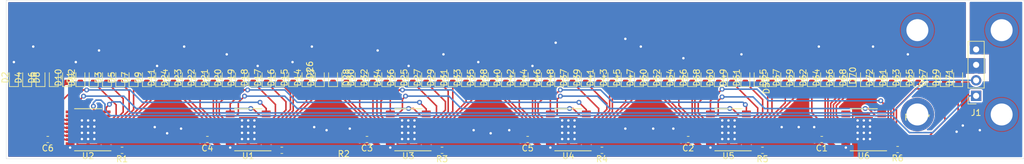
<source format=kicad_pcb>
(kicad_pcb (version 20171130) (host pcbnew "(5.1.4)-1")
  (layers (0 F.Cu signal) (31 B.Cu signal) (34 B.Paste user) (35 F.Paste user) (36 B.SilkS user hide) (37 F.SilkS user) (38 B.Mask user) (39 F.Mask user) (44 Edge.Cuts user))
  (net 0 "")
  (net 1 "Net-(D1-Pad1)")
  (net 2 "Net-(D2-Pad1)")
  (net 3 "Net-(D3-Pad1)")
  (net 4 "Net-(D4-Pad1)")
  (net 5 "Net-(D5-Pad1)")
  (net 6 "Net-(D6-Pad1)")
  (net 7 "Net-(D7-Pad1)")
  (net 8 "Net-(D8-Pad1)")
  (net 9 "Net-(D9-Pad1)")
  (net 10 "Net-(D10-Pad1)")
  (net 11 "Net-(D11-Pad1)")
  (net 12 "Net-(D12-Pad1)")
  (net 13 "Net-(D13-Pad1)")
  (net 14 "Net-(D14-Pad1)")
  (net 15 "Net-(D15-Pad1)")
  (net 16 "Net-(D16-Pad1)")
  (net 17 "Net-(D17-Pad1)")
  (net 18 "Net-(D18-Pad1)")
  (net 19 "Net-(D19-Pad1)")
  (net 20 "Net-(D20-Pad1)")
  (net 21 "Net-(D21-Pad1)")
  (net 22 "Net-(D22-Pad1)")
  (net 23 "Net-(D23-Pad1)")
  (net 24 "Net-(D24-Pad1)")
  (net 25 "Net-(D25-Pad1)")
  (net 26 "Net-(D26-Pad1)")
  (net 27 "Net-(D27-Pad1)")
  (net 28 "Net-(D28-Pad1)")
  (net 29 "Net-(D29-Pad1)")
  (net 30 "Net-(D30-Pad1)")
  (net 31 "Net-(D31-Pad1)")
  (net 32 "Net-(D32-Pad1)")
  (net 33 "Net-(D33-Pad1)")
  (net 34 "Net-(D34-Pad1)")
  (net 35 "Net-(D35-Pad1)")
  (net 36 "Net-(D36-Pad1)")
  (net 37 "Net-(D37-Pad1)")
  (net 38 "Net-(D38-Pad1)")
  (net 39 "Net-(D39-Pad1)")
  (net 40 "Net-(D40-Pad1)")
  (net 41 "Net-(D41-Pad1)")
  (net 42 "Net-(D42-Pad1)")
  (net 43 "Net-(D43-Pad1)")
  (net 44 "Net-(D44-Pad1)")
  (net 45 "Net-(D45-Pad1)")
  (net 46 "Net-(D46-Pad1)")
  (net 47 "Net-(D47-Pad1)")
  (net 48 "Net-(D48-Pad1)")
  (net 49 "Net-(D49-Pad1)")
  (net 50 "Net-(D50-Pad1)")
  (net 51 "Net-(D51-Pad1)")
  (net 52 "Net-(D52-Pad1)")
  (net 53 "Net-(D53-Pad1)")
  (net 54 "Net-(D54-Pad1)")
  (net 55 "Net-(D55-Pad1)")
  (net 56 "Net-(D56-Pad1)")
  (net 57 "Net-(D57-Pad1)")
  (net 58 "Net-(D58-Pad1)")
  (net 59 "Net-(D59-Pad1)")
  (net 60 "Net-(D60-Pad1)")
  (net 61 "Net-(D61-Pad1)")
  (net 62 "Net-(D62-Pad1)")
  (net 63 "Net-(D63-Pad1)")
  (net 64 "Net-(D64-Pad1)")
  (net 65 "Net-(D65-Pad1)")
  (net 66 "Net-(D66-Pad1)")
  (net 67 "Net-(D67-Pad1)")
  (net 68 "Net-(D68-Pad1)")
  (net 69 "Net-(D69-Pad1)")
  (net 70 "Net-(D70-Pad1)")
  (net 71 "Net-(D71-Pad1)")
  (net 72 "Net-(D72-Pad1)")
  (net 73 "Net-(J1-Pad1)")
  (net 74 "Net-(J1-Pad2)")
  (net 75 GND)
  (net 76 "Net-(R1-Pad2)")
  (net 77 "Net-(R2-Pad2)")
  (net 78 "Net-(R3-Pad2)")
  (net 79 "Net-(R4-Pad2)")
  (net 80 "Net-(R5-Pad2)")
  (net 81 "Net-(R6-Pad2)")
  (net 82 "Net-(U1-Pad9)")
  (net 83 "Net-(U1-Pad10)")
  (net 84 "Net-(U1-Pad11)")
  (net 85 "Net-(U1-Pad12)")
  (net 86 "Net-(U3-Pad11)")
  (net 87 "Net-(U3-Pad12)")
  (net 88 "Net-(U4-Pad12)")
  (net 89 "Net-(U4-Pad11)")
  (net 90 "Net-(U5-Pad12)")
  (net 91 "Net-(U5-Pad11)")
  (net 92 "Net-(U6-Pad11)")
  (net 93 "Net-(U6-Pad12)")
  (net 94 "Net-(C1-Pad1)")
  (module the:ETSSOP-20-1EP_4.4x6.5mm_P0.65mm_EP3x4.2mm_termal (layer F.Cu) (at 232.1687 59.365 180)
    (fp_text reference U6 (at 0 -4.3) (layer F.SilkS))
    (fp_text value tlc59711)
    (pad 21 thru_hole circle (at 1.016 1.524 180) (size 0.8 0.8) (drill 0.4) (layers *.Cu) (net 75 GND))
    (pad 21 thru_hole circle (at 0 1.524 180) (size 0.8 0.8) (drill 0.4) (layers *.Cu) (net 75 GND))
    (pad 21 thru_hole circle (at -1.016 1.524 180) (size 0.8 0.8) (drill 0.4) (layers *.Cu) (net 75 GND))
    (pad 21 thru_hole circle (at 1.016 0.508 180) (size 0.8 0.8) (drill 0.4) (layers *.Cu) (net 75 GND))
    (pad 21 thru_hole circle (at 0 0.508 180) (size 0.8 0.8) (drill 0.4) (layers *.Cu) (net 75 GND))
    (pad 21 thru_hole circle (at -1.016 0.508 180) (size 0.8 0.8) (drill 0.4) (layers *.Cu) (net 75 GND))
    (pad 21 thru_hole circle (at 1.016 -0.508 180) (size 0.8 0.8) (drill 0.4) (layers *.Cu) (net 75 GND))
    (pad 21 thru_hole circle (at 0 -0.508 180) (size 0.8 0.8) (drill 0.4) (layers *.Cu) (net 75 GND))
    (pad 21 thru_hole circle (at -1.016 -0.508 180) (size 0.8 0.8) (drill 0.4) (layers *.Cu) (net 75 GND))
    (pad 21 thru_hole circle (at 1.016 -1.524 180) (size 0.8 0.8) (drill 0.4) (layers *.Cu) (net 75 GND))
    (pad 21 thru_hole circle (at 0 -1.524 180) (size 0.8 0.8) (drill 0.4) (layers *.Cu) (net 75 GND))
    (pad 21 thru_hole circle (at -1.016 -1.524 180) (size 0.8 0.8) (drill 0.4) (layers *.Cu) (net 75 GND))
    (pad 21 smd rect (at 0 0 180) (size 3 4.2) (layers F.Cu F.Paste F.Mask) (net 75 GND))
    (pad 20 smd rect (at 2.95 -2.925 180) (size 1.45 0.45) (layers F.Cu F.Paste F.Mask) (net 94 "Net-(C1-Pad1)"))
    (pad 19 smd rect (at 2.95 -2.275 180) (size 1.45 0.45) (layers F.Cu F.Paste F.Mask) (net 94 "Net-(C1-Pad1)"))
    (pad 18 smd rect (at 2.95 -1.625 180) (size 1.45 0.45) (layers F.Cu F.Paste F.Mask) (net 62 "Net-(D62-Pad1)"))
    (pad 17 smd rect (at 2.95 -0.975 180) (size 1.45 0.45) (layers F.Cu F.Paste F.Mask) (net 64 "Net-(D64-Pad1)"))
    (pad 16 smd rect (at 2.95 -0.325 180) (size 1.45 0.45) (layers F.Cu F.Paste F.Mask) (net 66 "Net-(D66-Pad1)"))
    (pad 15 smd rect (at 2.95 0.325 180) (size 1.45 0.45) (layers F.Cu F.Paste F.Mask) (net 68 "Net-(D68-Pad1)"))
    (pad 14 smd rect (at 2.95 0.975 180) (size 1.45 0.45) (layers F.Cu F.Paste F.Mask) (net 70 "Net-(D70-Pad1)"))
    (pad 13 smd rect (at 2.95 1.625 180) (size 1.45 0.45) (layers F.Cu F.Paste F.Mask) (net 72 "Net-(D72-Pad1)"))
    (pad 12 smd rect (at 2.95 2.275 180) (size 1.45 0.45) (layers F.Cu F.Paste F.Mask) (net 93 "Net-(U6-Pad12)"))
    (pad 11 smd rect (at 2.95 2.925 180) (size 1.45 0.45) (layers F.Cu F.Paste F.Mask) (net 92 "Net-(U6-Pad11)"))
    (pad 10 smd rect (at -2.95 2.925 180) (size 1.45 0.45) (layers F.Cu F.Paste F.Mask) (net 91 "Net-(U5-Pad11)"))
    (pad 9 smd rect (at -2.95 2.275 180) (size 1.45 0.45) (layers F.Cu F.Paste F.Mask) (net 90 "Net-(U5-Pad12)"))
    (pad 8 smd rect (at -2.95 1.625 180) (size 1.45 0.45) (layers F.Cu F.Paste F.Mask) (net 61 "Net-(D61-Pad1)"))
    (pad 7 smd rect (at -2.95 0.975 180) (size 1.45 0.45) (layers F.Cu F.Paste F.Mask) (net 63 "Net-(D63-Pad1)"))
    (pad 6 smd rect (at -2.95 0.325 180) (size 1.45 0.45) (layers F.Cu F.Paste F.Mask) (net 65 "Net-(D65-Pad1)"))
    (pad 5 smd rect (at -2.95 -0.325 180) (size 1.45 0.45) (layers F.Cu F.Paste F.Mask) (net 67 "Net-(D67-Pad1)"))
    (pad 4 smd rect (at -2.95 -0.975 180) (size 1.45 0.45) (layers F.Cu F.Paste F.Mask) (net 69 "Net-(D69-Pad1)"))
    (pad 3 smd rect (at -2.95 -1.625 180) (size 1.45 0.45) (layers F.Cu F.Paste F.Mask) (net 71 "Net-(D71-Pad1)"))
    (pad 2 smd rect (at -2.95 -2.275 180) (size 1.45 0.45) (layers F.Cu F.Paste F.Mask) (net 75 GND))
    (pad 1 smd rect (at -2.95 -2.925 180) (size 1.45 0.45) (layers F.Cu F.Paste F.Mask) (net 81 "Net-(R6-Pad2)"))
  )
  (module the:ETSSOP-20-1EP_4.4x6.5mm_P0.65mm_EP3x4.2mm_termal (layer F.Cu) (at 209.954 59.365 180)
    (fp_text reference U5 (at 0 -4.3) (layer F.SilkS))
    (fp_text value tlc59711)
    (pad 21 thru_hole circle (at 1.016 1.524 180) (size 0.8 0.8) (drill 0.4) (layers *.Cu) (net 75 GND))
    (pad 21 thru_hole circle (at 0 1.524 180) (size 0.8 0.8) (drill 0.4) (layers *.Cu) (net 75 GND))
    (pad 21 thru_hole circle (at -1.016 1.524 180) (size 0.8 0.8) (drill 0.4) (layers *.Cu) (net 75 GND))
    (pad 21 thru_hole circle (at 1.016 0.508 180) (size 0.8 0.8) (drill 0.4) (layers *.Cu) (net 75 GND))
    (pad 21 thru_hole circle (at 0 0.508 180) (size 0.8 0.8) (drill 0.4) (layers *.Cu) (net 75 GND))
    (pad 21 thru_hole circle (at -1.016 0.508 180) (size 0.8 0.8) (drill 0.4) (layers *.Cu) (net 75 GND))
    (pad 21 thru_hole circle (at 1.016 -0.508 180) (size 0.8 0.8) (drill 0.4) (layers *.Cu) (net 75 GND))
    (pad 21 thru_hole circle (at 0 -0.508 180) (size 0.8 0.8) (drill 0.4) (layers *.Cu) (net 75 GND))
    (pad 21 thru_hole circle (at -1.016 -0.508 180) (size 0.8 0.8) (drill 0.4) (layers *.Cu) (net 75 GND))
    (pad 21 thru_hole circle (at 1.016 -1.524 180) (size 0.8 0.8) (drill 0.4) (layers *.Cu) (net 75 GND))
    (pad 21 thru_hole circle (at 0 -1.524 180) (size 0.8 0.8) (drill 0.4) (layers *.Cu) (net 75 GND))
    (pad 21 thru_hole circle (at -1.016 -1.524 180) (size 0.8 0.8) (drill 0.4) (layers *.Cu) (net 75 GND))
    (pad 21 smd rect (at 0 0 180) (size 3 4.2) (layers F.Cu F.Paste F.Mask) (net 75 GND))
    (pad 20 smd rect (at 2.95 -2.925 180) (size 1.45 0.45) (layers F.Cu F.Paste F.Mask) (net 94 "Net-(C1-Pad1)"))
    (pad 19 smd rect (at 2.95 -2.275 180) (size 1.45 0.45) (layers F.Cu F.Paste F.Mask) (net 94 "Net-(C1-Pad1)"))
    (pad 18 smd rect (at 2.95 -1.625 180) (size 1.45 0.45) (layers F.Cu F.Paste F.Mask) (net 50 "Net-(D50-Pad1)"))
    (pad 17 smd rect (at 2.95 -0.975 180) (size 1.45 0.45) (layers F.Cu F.Paste F.Mask) (net 52 "Net-(D52-Pad1)"))
    (pad 16 smd rect (at 2.95 -0.325 180) (size 1.45 0.45) (layers F.Cu F.Paste F.Mask) (net 54 "Net-(D54-Pad1)"))
    (pad 15 smd rect (at 2.95 0.325 180) (size 1.45 0.45) (layers F.Cu F.Paste F.Mask) (net 56 "Net-(D56-Pad1)"))
    (pad 14 smd rect (at 2.95 0.975 180) (size 1.45 0.45) (layers F.Cu F.Paste F.Mask) (net 58 "Net-(D58-Pad1)"))
    (pad 13 smd rect (at 2.95 1.625 180) (size 1.45 0.45) (layers F.Cu F.Paste F.Mask) (net 60 "Net-(D60-Pad1)"))
    (pad 12 smd rect (at 2.95 2.275 180) (size 1.45 0.45) (layers F.Cu F.Paste F.Mask) (net 90 "Net-(U5-Pad12)"))
    (pad 11 smd rect (at 2.95 2.925 180) (size 1.45 0.45) (layers F.Cu F.Paste F.Mask) (net 91 "Net-(U5-Pad11)"))
    (pad 10 smd rect (at -2.95 2.925 180) (size 1.45 0.45) (layers F.Cu F.Paste F.Mask) (net 89 "Net-(U4-Pad11)"))
    (pad 9 smd rect (at -2.95 2.275 180) (size 1.45 0.45) (layers F.Cu F.Paste F.Mask) (net 88 "Net-(U4-Pad12)"))
    (pad 8 smd rect (at -2.95 1.625 180) (size 1.45 0.45) (layers F.Cu F.Paste F.Mask) (net 49 "Net-(D49-Pad1)"))
    (pad 7 smd rect (at -2.95 0.975 180) (size 1.45 0.45) (layers F.Cu F.Paste F.Mask) (net 51 "Net-(D51-Pad1)"))
    (pad 6 smd rect (at -2.95 0.325 180) (size 1.45 0.45) (layers F.Cu F.Paste F.Mask) (net 53 "Net-(D53-Pad1)"))
    (pad 5 smd rect (at -2.95 -0.325 180) (size 1.45 0.45) (layers F.Cu F.Paste F.Mask) (net 55 "Net-(D55-Pad1)"))
    (pad 4 smd rect (at -2.95 -0.975 180) (size 1.45 0.45) (layers F.Cu F.Paste F.Mask) (net 57 "Net-(D57-Pad1)"))
    (pad 3 smd rect (at -2.95 -1.625 180) (size 1.45 0.45) (layers F.Cu F.Paste F.Mask) (net 59 "Net-(D59-Pad1)"))
    (pad 2 smd rect (at -2.95 -2.275 180) (size 1.45 0.45) (layers F.Cu F.Paste F.Mask) (net 75 GND))
    (pad 1 smd rect (at -2.95 -2.925 180) (size 1.45 0.45) (layers F.Cu F.Paste F.Mask) (net 80 "Net-(R5-Pad2)"))
  )
  (module the:ETSSOP-20-1EP_4.4x6.5mm_P0.65mm_EP3x4.2mm_termal (layer F.Cu) (at 183.688 59.365 180)
    (fp_text reference U4 (at 0 -4.3) (layer F.SilkS))
    (fp_text value tlc59711)
    (pad 21 thru_hole circle (at 1.016 1.524 180) (size 0.8 0.8) (drill 0.4) (layers *.Cu) (net 75 GND))
    (pad 21 thru_hole circle (at 0 1.524 180) (size 0.8 0.8) (drill 0.4) (layers *.Cu) (net 75 GND))
    (pad 21 thru_hole circle (at -1.016 1.524 180) (size 0.8 0.8) (drill 0.4) (layers *.Cu) (net 75 GND))
    (pad 21 thru_hole circle (at 1.016 0.508 180) (size 0.8 0.8) (drill 0.4) (layers *.Cu) (net 75 GND))
    (pad 21 thru_hole circle (at 0 0.508 180) (size 0.8 0.8) (drill 0.4) (layers *.Cu) (net 75 GND))
    (pad 21 thru_hole circle (at -1.016 0.508 180) (size 0.8 0.8) (drill 0.4) (layers *.Cu) (net 75 GND))
    (pad 21 thru_hole circle (at 1.016 -0.508 180) (size 0.8 0.8) (drill 0.4) (layers *.Cu) (net 75 GND))
    (pad 21 thru_hole circle (at 0 -0.508 180) (size 0.8 0.8) (drill 0.4) (layers *.Cu) (net 75 GND))
    (pad 21 thru_hole circle (at -1.016 -0.508 180) (size 0.8 0.8) (drill 0.4) (layers *.Cu) (net 75 GND))
    (pad 21 thru_hole circle (at 1.016 -1.524 180) (size 0.8 0.8) (drill 0.4) (layers *.Cu) (net 75 GND))
    (pad 21 thru_hole circle (at 0 -1.524 180) (size 0.8 0.8) (drill 0.4) (layers *.Cu) (net 75 GND))
    (pad 21 thru_hole circle (at -1.016 -1.524 180) (size 0.8 0.8) (drill 0.4) (layers *.Cu) (net 75 GND))
    (pad 21 smd rect (at 0 0 180) (size 3 4.2) (layers F.Cu F.Paste F.Mask) (net 75 GND))
    (pad 20 smd rect (at 2.95 -2.925 180) (size 1.45 0.45) (layers F.Cu F.Paste F.Mask) (net 94 "Net-(C1-Pad1)"))
    (pad 19 smd rect (at 2.95 -2.275 180) (size 1.45 0.45) (layers F.Cu F.Paste F.Mask) (net 94 "Net-(C1-Pad1)"))
    (pad 18 smd rect (at 2.95 -1.625 180) (size 1.45 0.45) (layers F.Cu F.Paste F.Mask) (net 38 "Net-(D38-Pad1)"))
    (pad 17 smd rect (at 2.95 -0.975 180) (size 1.45 0.45) (layers F.Cu F.Paste F.Mask) (net 40 "Net-(D40-Pad1)"))
    (pad 16 smd rect (at 2.95 -0.325 180) (size 1.45 0.45) (layers F.Cu F.Paste F.Mask) (net 42 "Net-(D42-Pad1)"))
    (pad 15 smd rect (at 2.95 0.325 180) (size 1.45 0.45) (layers F.Cu F.Paste F.Mask) (net 44 "Net-(D44-Pad1)"))
    (pad 14 smd rect (at 2.95 0.975 180) (size 1.45 0.45) (layers F.Cu F.Paste F.Mask) (net 46 "Net-(D46-Pad1)"))
    (pad 13 smd rect (at 2.95 1.625 180) (size 1.45 0.45) (layers F.Cu F.Paste F.Mask) (net 48 "Net-(D48-Pad1)"))
    (pad 12 smd rect (at 2.95 2.275 180) (size 1.45 0.45) (layers F.Cu F.Paste F.Mask) (net 88 "Net-(U4-Pad12)"))
    (pad 11 smd rect (at 2.95 2.925 180) (size 1.45 0.45) (layers F.Cu F.Paste F.Mask) (net 89 "Net-(U4-Pad11)"))
    (pad 10 smd rect (at -2.95 2.925 180) (size 1.45 0.45) (layers F.Cu F.Paste F.Mask) (net 86 "Net-(U3-Pad11)"))
    (pad 9 smd rect (at -2.95 2.275 180) (size 1.45 0.45) (layers F.Cu F.Paste F.Mask) (net 87 "Net-(U3-Pad12)"))
    (pad 8 smd rect (at -2.95 1.625 180) (size 1.45 0.45) (layers F.Cu F.Paste F.Mask) (net 37 "Net-(D37-Pad1)"))
    (pad 7 smd rect (at -2.95 0.975 180) (size 1.45 0.45) (layers F.Cu F.Paste F.Mask) (net 39 "Net-(D39-Pad1)"))
    (pad 6 smd rect (at -2.95 0.325 180) (size 1.45 0.45) (layers F.Cu F.Paste F.Mask) (net 41 "Net-(D41-Pad1)"))
    (pad 5 smd rect (at -2.95 -0.325 180) (size 1.45 0.45) (layers F.Cu F.Paste F.Mask) (net 43 "Net-(D43-Pad1)"))
    (pad 4 smd rect (at -2.95 -0.975 180) (size 1.45 0.45) (layers F.Cu F.Paste F.Mask) (net 45 "Net-(D45-Pad1)"))
    (pad 3 smd rect (at -2.95 -1.625 180) (size 1.45 0.45) (layers F.Cu F.Paste F.Mask) (net 47 "Net-(D47-Pad1)"))
    (pad 2 smd rect (at -2.95 -2.275 180) (size 1.45 0.45) (layers F.Cu F.Paste F.Mask) (net 75 GND))
    (pad 1 smd rect (at -2.95 -2.925 180) (size 1.45 0.45) (layers F.Cu F.Paste F.Mask) (net 79 "Net-(R4-Pad2)"))
  )
  (module the:ETSSOP-20-1EP_4.4x6.5mm_P0.65mm_EP3x4.2mm_termal (layer F.Cu) (at 157.422 59.365 180)
    (fp_text reference U3 (at 0 -4.3) (layer F.SilkS))
    (fp_text value tlc59711)
    (pad 21 thru_hole circle (at 1.016 1.524 180) (size 0.8 0.8) (drill 0.4) (layers *.Cu) (net 75 GND))
    (pad 21 thru_hole circle (at 0 1.524 180) (size 0.8 0.8) (drill 0.4) (layers *.Cu) (net 75 GND))
    (pad 21 thru_hole circle (at -1.016 1.524 180) (size 0.8 0.8) (drill 0.4) (layers *.Cu) (net 75 GND))
    (pad 21 thru_hole circle (at 1.016 0.508 180) (size 0.8 0.8) (drill 0.4) (layers *.Cu) (net 75 GND))
    (pad 21 thru_hole circle (at 0 0.508 180) (size 0.8 0.8) (drill 0.4) (layers *.Cu) (net 75 GND))
    (pad 21 thru_hole circle (at -1.016 0.508 180) (size 0.8 0.8) (drill 0.4) (layers *.Cu) (net 75 GND))
    (pad 21 thru_hole circle (at 1.016 -0.508 180) (size 0.8 0.8) (drill 0.4) (layers *.Cu) (net 75 GND))
    (pad 21 thru_hole circle (at 0 -0.508 180) (size 0.8 0.8) (drill 0.4) (layers *.Cu) (net 75 GND))
    (pad 21 thru_hole circle (at -1.016 -0.508 180) (size 0.8 0.8) (drill 0.4) (layers *.Cu) (net 75 GND))
    (pad 21 thru_hole circle (at 1.016 -1.524 180) (size 0.8 0.8) (drill 0.4) (layers *.Cu) (net 75 GND))
    (pad 21 thru_hole circle (at 0 -1.524 180) (size 0.8 0.8) (drill 0.4) (layers *.Cu) (net 75 GND))
    (pad 21 thru_hole circle (at -1.016 -1.524 180) (size 0.8 0.8) (drill 0.4) (layers *.Cu) (net 75 GND))
    (pad 21 smd rect (at 0 0 180) (size 3 4.2) (layers F.Cu F.Paste F.Mask) (net 75 GND))
    (pad 20 smd rect (at 2.95 -2.925 180) (size 1.45 0.45) (layers F.Cu F.Paste F.Mask) (net 94 "Net-(C1-Pad1)"))
    (pad 19 smd rect (at 2.95 -2.275 180) (size 1.45 0.45) (layers F.Cu F.Paste F.Mask) (net 94 "Net-(C1-Pad1)"))
    (pad 18 smd rect (at 2.95 -1.625 180) (size 1.45 0.45) (layers F.Cu F.Paste F.Mask) (net 26 "Net-(D26-Pad1)"))
    (pad 17 smd rect (at 2.95 -0.975 180) (size 1.45 0.45) (layers F.Cu F.Paste F.Mask) (net 28 "Net-(D28-Pad1)"))
    (pad 16 smd rect (at 2.95 -0.325 180) (size 1.45 0.45) (layers F.Cu F.Paste F.Mask) (net 30 "Net-(D30-Pad1)"))
    (pad 15 smd rect (at 2.95 0.325 180) (size 1.45 0.45) (layers F.Cu F.Paste F.Mask) (net 32 "Net-(D32-Pad1)"))
    (pad 14 smd rect (at 2.95 0.975 180) (size 1.45 0.45) (layers F.Cu F.Paste F.Mask) (net 34 "Net-(D34-Pad1)"))
    (pad 13 smd rect (at 2.95 1.625 180) (size 1.45 0.45) (layers F.Cu F.Paste F.Mask) (net 36 "Net-(D36-Pad1)"))
    (pad 12 smd rect (at 2.95 2.275 180) (size 1.45 0.45) (layers F.Cu F.Paste F.Mask) (net 87 "Net-(U3-Pad12)"))
    (pad 11 smd rect (at 2.95 2.925 180) (size 1.45 0.45) (layers F.Cu F.Paste F.Mask) (net 86 "Net-(U3-Pad11)"))
    (pad 10 smd rect (at -2.95 2.925 180) (size 1.45 0.45) (layers F.Cu F.Paste F.Mask) (net 84 "Net-(U1-Pad11)"))
    (pad 9 smd rect (at -2.95 2.275 180) (size 1.45 0.45) (layers F.Cu F.Paste F.Mask) (net 85 "Net-(U1-Pad12)"))
    (pad 8 smd rect (at -2.95 1.625 180) (size 1.45 0.45) (layers F.Cu F.Paste F.Mask) (net 25 "Net-(D25-Pad1)"))
    (pad 7 smd rect (at -2.95 0.975 180) (size 1.45 0.45) (layers F.Cu F.Paste F.Mask) (net 27 "Net-(D27-Pad1)"))
    (pad 6 smd rect (at -2.95 0.325 180) (size 1.45 0.45) (layers F.Cu F.Paste F.Mask) (net 29 "Net-(D29-Pad1)"))
    (pad 5 smd rect (at -2.95 -0.325 180) (size 1.45 0.45) (layers F.Cu F.Paste F.Mask) (net 31 "Net-(D31-Pad1)"))
    (pad 4 smd rect (at -2.95 -0.975 180) (size 1.45 0.45) (layers F.Cu F.Paste F.Mask) (net 33 "Net-(D33-Pad1)"))
    (pad 3 smd rect (at -2.95 -1.625 180) (size 1.45 0.45) (layers F.Cu F.Paste F.Mask) (net 35 "Net-(D35-Pad1)"))
    (pad 2 smd rect (at -2.95 -2.275 180) (size 1.45 0.45) (layers F.Cu F.Paste F.Mask) (net 75 GND))
    (pad 1 smd rect (at -2.95 -2.925 180) (size 1.45 0.45) (layers F.Cu F.Paste F.Mask) (net 78 "Net-(R3-Pad2)"))
  )
  (module the:ETSSOP-20-1EP_4.4x6.5mm_P0.65mm_EP3x4.2mm_termal (layer F.Cu) (at 104.89 59.365 180)
    (fp_text reference U2 (at 0 -4.3) (layer F.SilkS))
    (fp_text value tlc59711)
    (pad 21 thru_hole circle (at 1.016 1.524 180) (size 0.8 0.8) (drill 0.4) (layers *.Cu) (net 75 GND))
    (pad 21 thru_hole circle (at 0 1.524 180) (size 0.8 0.8) (drill 0.4) (layers *.Cu) (net 75 GND))
    (pad 21 thru_hole circle (at -1.016 1.524 180) (size 0.8 0.8) (drill 0.4) (layers *.Cu) (net 75 GND))
    (pad 21 thru_hole circle (at 1.016 0.508 180) (size 0.8 0.8) (drill 0.4) (layers *.Cu) (net 75 GND))
    (pad 21 thru_hole circle (at 0 0.508 180) (size 0.8 0.8) (drill 0.4) (layers *.Cu) (net 75 GND))
    (pad 21 thru_hole circle (at -1.016 0.508 180) (size 0.8 0.8) (drill 0.4) (layers *.Cu) (net 75 GND))
    (pad 21 thru_hole circle (at 1.016 -0.508 180) (size 0.8 0.8) (drill 0.4) (layers *.Cu) (net 75 GND))
    (pad 21 thru_hole circle (at 0 -0.508 180) (size 0.8 0.8) (drill 0.4) (layers *.Cu) (net 75 GND))
    (pad 21 thru_hole circle (at -1.016 -0.508 180) (size 0.8 0.8) (drill 0.4) (layers *.Cu) (net 75 GND))
    (pad 21 thru_hole circle (at 1.016 -1.524 180) (size 0.8 0.8) (drill 0.4) (layers *.Cu) (net 75 GND))
    (pad 21 thru_hole circle (at 0 -1.524 180) (size 0.8 0.8) (drill 0.4) (layers *.Cu) (net 75 GND))
    (pad 21 thru_hole circle (at -1.016 -1.524 180) (size 0.8 0.8) (drill 0.4) (layers *.Cu) (net 75 GND))
    (pad 21 smd rect (at 0 0 180) (size 3 4.2) (layers F.Cu F.Paste F.Mask) (net 75 GND))
    (pad 20 smd rect (at 2.95 -2.925 180) (size 1.45 0.45) (layers F.Cu F.Paste F.Mask) (net 94 "Net-(C1-Pad1)"))
    (pad 19 smd rect (at 2.95 -2.275 180) (size 1.45 0.45) (layers F.Cu F.Paste F.Mask) (net 94 "Net-(C1-Pad1)"))
    (pad 18 smd rect (at 2.95 -1.625 180) (size 1.45 0.45) (layers F.Cu F.Paste F.Mask) (net 2 "Net-(D2-Pad1)"))
    (pad 17 smd rect (at 2.95 -0.975 180) (size 1.45 0.45) (layers F.Cu F.Paste F.Mask) (net 4 "Net-(D4-Pad1)"))
    (pad 16 smd rect (at 2.95 -0.325 180) (size 1.45 0.45) (layers F.Cu F.Paste F.Mask) (net 6 "Net-(D6-Pad1)"))
    (pad 15 smd rect (at 2.95 0.325 180) (size 1.45 0.45) (layers F.Cu F.Paste F.Mask) (net 8 "Net-(D8-Pad1)"))
    (pad 14 smd rect (at 2.95 0.975 180) (size 1.45 0.45) (layers F.Cu F.Paste F.Mask) (net 10 "Net-(D10-Pad1)"))
    (pad 13 smd rect (at 2.95 1.625 180) (size 1.45 0.45) (layers F.Cu F.Paste F.Mask) (net 12 "Net-(D12-Pad1)"))
    (pad 12 smd rect (at 2.95 2.275 180) (size 1.45 0.45) (layers F.Cu F.Paste F.Mask) (net 82 "Net-(U1-Pad9)"))
    (pad 11 smd rect (at 2.95 2.925 180) (size 1.45 0.45) (layers F.Cu F.Paste F.Mask) (net 83 "Net-(U1-Pad10)"))
    (pad 10 smd rect (at -2.95 2.925 180) (size 1.45 0.45) (layers F.Cu F.Paste F.Mask) (net 74 "Net-(J1-Pad2)"))
    (pad 9 smd rect (at -2.95 2.275 180) (size 1.45 0.45) (layers F.Cu F.Paste F.Mask) (net 73 "Net-(J1-Pad1)"))
    (pad 8 smd rect (at -2.95 1.625 180) (size 1.45 0.45) (layers F.Cu F.Paste F.Mask) (net 1 "Net-(D1-Pad1)"))
    (pad 7 smd rect (at -2.95 0.975 180) (size 1.45 0.45) (layers F.Cu F.Paste F.Mask) (net 3 "Net-(D3-Pad1)"))
    (pad 6 smd rect (at -2.95 0.325 180) (size 1.45 0.45) (layers F.Cu F.Paste F.Mask) (net 5 "Net-(D5-Pad1)"))
    (pad 5 smd rect (at -2.95 -0.325 180) (size 1.45 0.45) (layers F.Cu F.Paste F.Mask) (net 7 "Net-(D7-Pad1)"))
    (pad 4 smd rect (at -2.95 -0.975 180) (size 1.45 0.45) (layers F.Cu F.Paste F.Mask) (net 9 "Net-(D9-Pad1)"))
    (pad 3 smd rect (at -2.95 -1.625 180) (size 1.45 0.45) (layers F.Cu F.Paste F.Mask) (net 11 "Net-(D11-Pad1)"))
    (pad 2 smd rect (at -2.95 -2.275 180) (size 1.45 0.45) (layers F.Cu F.Paste F.Mask) (net 75 GND))
    (pad 1 smd rect (at -2.95 -2.925 180) (size 1.45 0.45) (layers F.Cu F.Paste F.Mask) (net 76 "Net-(R1-Pad2)"))
  )
  (module the:ETSSOP-20-1EP_4.4x6.5mm_P0.65mm_EP3x4.2mm_termal (layer F.Cu) (at 131.156 59.365 180)
    (fp_text reference U1 (at 0 -4.3) (layer F.SilkS))
    (fp_text value tlc59711)
    (pad 21 thru_hole circle (at 1.016 1.524 180) (size 0.8 0.8) (drill 0.4) (layers *.Cu) (net 75 GND))
    (pad 21 thru_hole circle (at 0 1.524 180) (size 0.8 0.8) (drill 0.4) (layers *.Cu) (net 75 GND))
    (pad 21 thru_hole circle (at -1.016 1.524 180) (size 0.8 0.8) (drill 0.4) (layers *.Cu) (net 75 GND))
    (pad 21 thru_hole circle (at 1.016 0.508 180) (size 0.8 0.8) (drill 0.4) (layers *.Cu) (net 75 GND))
    (pad 21 thru_hole circle (at 0 0.508 180) (size 0.8 0.8) (drill 0.4) (layers *.Cu) (net 75 GND))
    (pad 21 thru_hole circle (at -1.016 0.508 180) (size 0.8 0.8) (drill 0.4) (layers *.Cu) (net 75 GND))
    (pad 21 thru_hole circle (at 1.016 -0.508 180) (size 0.8 0.8) (drill 0.4) (layers *.Cu) (net 75 GND))
    (pad 21 thru_hole circle (at 0 -0.508 180) (size 0.8 0.8) (drill 0.4) (layers *.Cu) (net 75 GND))
    (pad 21 thru_hole circle (at -1.016 -0.508 180) (size 0.8 0.8) (drill 0.4) (layers *.Cu) (net 75 GND))
    (pad 21 thru_hole circle (at 1.016 -1.524 180) (size 0.8 0.8) (drill 0.4) (layers *.Cu) (net 75 GND))
    (pad 21 thru_hole circle (at 0 -1.524 180) (size 0.8 0.8) (drill 0.4) (layers *.Cu) (net 75 GND))
    (pad 21 thru_hole circle (at -1.016 -1.524 180) (size 0.8 0.8) (drill 0.4) (layers *.Cu) (net 75 GND))
    (pad 21 smd rect (at 0 0 180) (size 3 4.2) (layers F.Cu F.Paste F.Mask) (net 75 GND))
    (pad 20 smd rect (at 2.95 -2.925 180) (size 1.45 0.45) (layers F.Cu F.Paste F.Mask) (net 94 "Net-(C1-Pad1)"))
    (pad 19 smd rect (at 2.95 -2.275 180) (size 1.45 0.45) (layers F.Cu F.Paste F.Mask) (net 94 "Net-(C1-Pad1)"))
    (pad 18 smd rect (at 2.95 -1.625 180) (size 1.45 0.45) (layers F.Cu F.Paste F.Mask) (net 24 "Net-(D24-Pad1)"))
    (pad 17 smd rect (at 2.95 -0.975 180) (size 1.45 0.45) (layers F.Cu F.Paste F.Mask) (net 23 "Net-(D23-Pad1)"))
    (pad 16 smd rect (at 2.95 -0.325 180) (size 1.45 0.45) (layers F.Cu F.Paste F.Mask) (net 22 "Net-(D22-Pad1)"))
    (pad 15 smd rect (at 2.95 0.325 180) (size 1.45 0.45) (layers F.Cu F.Paste F.Mask) (net 21 "Net-(D21-Pad1)"))
    (pad 14 smd rect (at 2.95 0.975 180) (size 1.45 0.45) (layers F.Cu F.Paste F.Mask) (net 20 "Net-(D20-Pad1)"))
    (pad 13 smd rect (at 2.95 1.625 180) (size 1.45 0.45) (layers F.Cu F.Paste F.Mask) (net 19 "Net-(D19-Pad1)"))
    (pad 12 smd rect (at 2.95 2.275 180) (size 1.45 0.45) (layers F.Cu F.Paste F.Mask) (net 85 "Net-(U1-Pad12)"))
    (pad 11 smd rect (at 2.95 2.925 180) (size 1.45 0.45) (layers F.Cu F.Paste F.Mask) (net 84 "Net-(U1-Pad11)"))
    (pad 10 smd rect (at -2.95 2.925 180) (size 1.45 0.45) (layers F.Cu F.Paste F.Mask) (net 83 "Net-(U1-Pad10)"))
    (pad 9 smd rect (at -2.95 2.275 180) (size 1.45 0.45) (layers F.Cu F.Paste F.Mask) (net 82 "Net-(U1-Pad9)"))
    (pad 8 smd rect (at -2.95 1.625 180) (size 1.45 0.45) (layers F.Cu F.Paste F.Mask) (net 18 "Net-(D18-Pad1)"))
    (pad 7 smd rect (at -2.95 0.975 180) (size 1.45 0.45) (layers F.Cu F.Paste F.Mask) (net 17 "Net-(D17-Pad1)"))
    (pad 6 smd rect (at -2.95 0.325 180) (size 1.45 0.45) (layers F.Cu F.Paste F.Mask) (net 16 "Net-(D16-Pad1)"))
    (pad 5 smd rect (at -2.95 -0.325 180) (size 1.45 0.45) (layers F.Cu F.Paste F.Mask) (net 15 "Net-(D15-Pad1)"))
    (pad 4 smd rect (at -2.95 -0.975 180) (size 1.45 0.45) (layers F.Cu F.Paste F.Mask) (net 14 "Net-(D14-Pad1)"))
    (pad 3 smd rect (at -2.95 -1.625 180) (size 1.45 0.45) (layers F.Cu F.Paste F.Mask) (net 13 "Net-(D13-Pad1)"))
    (pad 2 smd rect (at -2.95 -2.275 180) (size 1.45 0.45) (layers F.Cu F.Paste F.Mask) (net 75 GND))
    (pad 1 smd rect (at -2.95 -2.925 180) (size 1.45 0.45) (layers F.Cu F.Paste F.Mask) (net 77 "Net-(R2-Pad2)"))
  )
  (module LED_SMD:LED_0603_1608Metric (layer F.Cu) (at 214.916168 50.8 90)
    (fp_text reference D53 (at -1.27 1.27 90) (layer F.SilkS))
    (fp_text value LED)
    (pad 2 smd roundrect (at 0.7875 0 90) (size 0.875 0.95) (layers F.Cu F.Paste F.Mask) (net 94 "Net-(C1-Pad1)"))
    (pad 1 smd roundrect (at -0.7875 0 90) (size 0.875 0.95) (layers F.Cu F.Paste F.Mask) (net 53 "Net-(D53-Pad1)"))
  )
  (module Capacitor_SMD:C_0603_1608Metric (layer F.Cu) (at 98.2725 60.96 180)
    (fp_text reference C6 (at 0 -1.43) (layer F.SilkS))
    (fp_text value C)
    (pad 2 smd roundrect (at 0.7875 0 180) (size 0.875 0.95) (layers F.Cu F.Paste F.Mask) (net 75 GND))
    (pad 1 smd roundrect (at -0.7875 0 180) (size 0.875 0.95) (layers F.Cu F.Paste F.Mask) (net 94 "Net-(C1-Pad1)"))
  )
  (module Capacitor_SMD:C_0603_1608Metric (layer F.Cu) (at 177.0125 60.96 180)
    (fp_text reference C5 (at 0 -1.43) (layer F.SilkS))
    (fp_text value C)
    (pad 2 smd roundrect (at 0.7875 0 180) (size 0.875 0.95) (layers F.Cu F.Paste F.Mask) (net 75 GND))
    (pad 1 smd roundrect (at -0.7875 0 180) (size 0.875 0.95) (layers F.Cu F.Paste F.Mask) (net 94 "Net-(C1-Pad1)"))
  )
  (module Capacitor_SMD:C_0603_1608Metric (layer F.Cu) (at 124.46 60.96 180)
    (fp_text reference C4 (at 0 -1.43) (layer F.SilkS))
    (fp_text value C)
    (pad 2 smd roundrect (at 0.7875 0 180) (size 0.875 0.95) (layers F.Cu F.Paste F.Mask) (net 75 GND))
    (pad 1 smd roundrect (at -0.7875 0 180) (size 0.875 0.95) (layers F.Cu F.Paste F.Mask) (net 94 "Net-(C1-Pad1)"))
  )
  (module Capacitor_SMD:C_0603_1608Metric (layer F.Cu) (at 150.6475 60.96 180)
    (fp_text reference C3 (at 0 -1.43) (layer F.SilkS))
    (fp_text value C)
    (pad 2 smd roundrect (at 0.7875 0 180) (size 0.875 0.95) (layers F.Cu F.Paste F.Mask) (net 75 GND))
    (pad 1 smd roundrect (at -0.7875 0 180) (size 0.875 0.95) (layers F.Cu F.Paste F.Mask) (net 94 "Net-(C1-Pad1)"))
  )
  (module Capacitor_SMD:C_0603_1608Metric (layer F.Cu) (at 203.3525 60.96 180)
    (fp_text reference C2 (at 0 -1.43) (layer F.SilkS))
    (fp_text value C)
    (pad 2 smd roundrect (at 0.7875 0 180) (size 0.875 0.95) (layers F.Cu F.Paste F.Mask) (net 75 GND))
    (pad 1 smd roundrect (at -0.7875 0 180) (size 0.875 0.95) (layers F.Cu F.Paste F.Mask) (net 94 "Net-(C1-Pad1)"))
  )
  (module Capacitor_SMD:C_0603_1608Metric (layer F.Cu) (at 225.2725 60.96 180)
    (fp_text reference C1 (at 0 -1.43) (layer F.SilkS))
    (fp_text value C)
    (pad 2 smd roundrect (at 0.7875 0 180) (size 0.875 0.95) (layers F.Cu F.Paste F.Mask) (net 75 GND))
    (pad 1 smd roundrect (at -0.7875 0 180) (size 0.875 0.95) (layers F.Cu F.Paste F.Mask) (net 94 "Net-(C1-Pad1)"))
  )
  (module hole:holes (layer F.Cu) (at 240.9571 56.8579)
    (fp_text reference REF** (at 0 0.5) (layer F.SilkS))
    (fp_text value holes)
    (pad "" thru_hole circle (at 13.8303 -13.8303) (size 5.5 5.5) (drill 3.6) (layers *.Cu *.Mask) (clearance 0.75))
    (pad "" thru_hole circle (at 0 -13.8303 90) (size 5.5 5.5) (drill 3.6) (layers *.Cu *.Mask) (clearance 0.75))
    (pad "" thru_hole circle (at 0 0) (size 5.5 5.5) (drill 3.6) (layers *.Cu *.Mask) (clearance 0.75))
    (pad "" thru_hole circle (at 13.8303 0) (size 5.5 5.5) (drill 3.6) (layers *.Cu *.Mask) (clearance 0.75))
  )
  (module Connector_PinSocket_2.54mm:PinSocket_1x04_P2.54mm_Vertical (layer F.Cu) (at 250.5964 53.7972 180)
    (fp_text reference J1 (at 0 -2.77) (layer F.SilkS))
    (fp_text value Conn_01x04_Male)
    (pad 1 thru_hole rect (at 0 0 180) (size 1.7 1.7) (drill 1) (layers *.Cu *.Mask) (net 73 "Net-(J1-Pad1)"))
    (pad 2 thru_hole oval (at 0 2.54 180) (size 1.7 1.7) (drill 1) (layers *.Cu *.Mask) (net 74 "Net-(J1-Pad2)"))
    (pad 3 thru_hole oval (at 0 5.08 180) (size 1.7 1.7) (drill 1) (layers *.Cu *.Mask) (net 94 "Net-(C1-Pad1)"))
    (pad 4 thru_hole oval (at 0 7.62 180) (size 1.7 1.7) (drill 1) (layers *.Cu *.Mask) (net 75 GND))
  )
  (module Resistor_SMD:R_0603_1608Metric (layer F.Cu) (at 237.7187 62.611 180)
    (fp_text reference R6 (at 0 -1.43) (layer F.SilkS))
    (fp_text value 3.3k)
    (pad 2 smd roundrect (at 0.7875 0 180) (size 0.875 0.95) (layers F.Cu F.Paste F.Mask) (net 81 "Net-(R6-Pad2)"))
    (pad 1 smd roundrect (at -0.7875 0 180) (size 0.875 0.95) (layers F.Cu F.Paste F.Mask) (net 75 GND))
  )
  (module LED_SMD:LED_0603_1608Metric (layer F.Cu) (at 105.803518 50.8 90)
    (fp_text reference D1 (at 0 -3.81 90) (layer F.SilkS))
    (fp_text value LED)
    (pad 2 smd roundrect (at 0.7875 0 90) (size 0.875 0.95) (layers F.Cu F.Paste F.Mask) (net 94 "Net-(C1-Pad1)"))
    (pad 1 smd roundrect (at -0.7875 0 90) (size 0.875 0.95) (layers F.Cu F.Paste F.Mask) (net 1 "Net-(D1-Pad1)"))
  )
  (module LED_SMD:LED_0603_1608Metric (layer F.Cu) (at 92.71 50.8 90)
    (fp_text reference D2 (at 0 -1.43 90) (layer F.SilkS))
    (fp_text value LED)
    (pad 1 smd roundrect (at -0.7875 0 90) (size 0.875 0.95) (layers F.Cu F.Paste F.Mask) (net 2 "Net-(D2-Pad1)"))
    (pad 2 smd roundrect (at 0.7875 0 90) (size 0.875 0.95) (layers F.Cu F.Paste F.Mask) (net 94 "Net-(C1-Pad1)"))
  )
  (module LED_SMD:LED_0603_1608Metric (layer F.Cu) (at 107.985771 50.8 90)
    (fp_text reference D3 (at 0 -1.43 90) (layer F.SilkS))
    (fp_text value LED)
    (pad 1 smd roundrect (at -0.7875 0 90) (size 0.875 0.95) (layers F.Cu F.Paste F.Mask) (net 3 "Net-(D3-Pad1)"))
    (pad 2 smd roundrect (at 0.7875 0 90) (size 0.875 0.95) (layers F.Cu F.Paste F.Mask) (net 94 "Net-(C1-Pad1)"))
  )
  (module LED_SMD:LED_0603_1608Metric (layer F.Cu) (at 94.892253 50.8 90)
    (fp_text reference D4 (at 0 -1.43 90) (layer F.SilkS))
    (fp_text value LED)
    (pad 2 smd roundrect (at 0.7875 0 90) (size 0.875 0.95) (layers F.Cu F.Paste F.Mask) (net 94 "Net-(C1-Pad1)"))
    (pad 1 smd roundrect (at -0.7875 0 90) (size 0.875 0.95) (layers F.Cu F.Paste F.Mask) (net 4 "Net-(D4-Pad1)"))
  )
  (module LED_SMD:LED_0603_1608Metric (layer F.Cu) (at 110.168024 50.8 90)
    (fp_text reference D5 (at 0 -1.43 90) (layer F.SilkS))
    (fp_text value LED)
    (pad 2 smd roundrect (at 0.7875 0 90) (size 0.875 0.95) (layers F.Cu F.Paste F.Mask) (net 94 "Net-(C1-Pad1)"))
    (pad 1 smd roundrect (at -0.7875 0 90) (size 0.875 0.95) (layers F.Cu F.Paste F.Mask) (net 5 "Net-(D5-Pad1)"))
  )
  (module LED_SMD:LED_0603_1608Metric (layer F.Cu) (at 97.074506 50.8 90)
    (fp_text reference D6 (at 0 -1.43 90) (layer F.SilkS))
    (fp_text value LED)
    (pad 1 smd roundrect (at -0.7875 0 90) (size 0.875 0.95) (layers F.Cu F.Paste F.Mask) (net 6 "Net-(D6-Pad1)"))
    (pad 2 smd roundrect (at 0.7875 0 90) (size 0.875 0.95) (layers F.Cu F.Paste F.Mask) (net 94 "Net-(C1-Pad1)"))
  )
  (module LED_SMD:LED_0603_1608Metric (layer F.Cu) (at 112.350277 50.8 90)
    (fp_text reference D7 (at 0 -1.43 90) (layer F.SilkS))
    (fp_text value LED)
    (pad 1 smd roundrect (at -0.7875 0 90) (size 0.875 0.95) (layers F.Cu F.Paste F.Mask) (net 7 "Net-(D7-Pad1)"))
    (pad 2 smd roundrect (at 0.7875 0 90) (size 0.875 0.95) (layers F.Cu F.Paste F.Mask) (net 94 "Net-(C1-Pad1)"))
  )
  (module LED_SMD:LED_0603_1608Metric (layer F.Cu) (at 99.256759 50.8 90)
    (fp_text reference D8 (at 0 -2.815104 90) (layer F.SilkS))
    (fp_text value LED)
    (pad 2 smd roundrect (at 0.7875 0 90) (size 0.875 0.95) (layers F.Cu F.Paste F.Mask) (net 94 "Net-(C1-Pad1)"))
    (pad 1 smd roundrect (at -0.7875 0 90) (size 0.875 0.95) (layers F.Cu F.Paste F.Mask) (net 8 "Net-(D8-Pad1)"))
  )
  (module LED_SMD:LED_0603_1608Metric (layer F.Cu) (at 114.53253 50.8 90)
    (fp_text reference D9 (at 0 -1.43 90) (layer F.SilkS))
    (fp_text value LED)
    (pad 1 smd roundrect (at -0.7875 0 90) (size 0.875 0.95) (layers F.Cu F.Paste F.Mask) (net 9 "Net-(D9-Pad1)"))
    (pad 2 smd roundrect (at 0.7875 0 90) (size 0.875 0.95) (layers F.Cu F.Paste F.Mask) (net 94 "Net-(C1-Pad1)"))
  )
  (module LED_SMD:LED_0603_1608Metric (layer F.Cu) (at 101.439012 50.8 90)
    (fp_text reference D10 (at 0 -1.43 90) (layer F.SilkS))
    (fp_text value LED)
    (pad 2 smd roundrect (at 0.7875 0 90) (size 0.875 0.95) (layers F.Cu F.Paste F.Mask) (net 94 "Net-(C1-Pad1)"))
    (pad 1 smd roundrect (at -0.7875 0 90) (size 0.875 0.95) (layers F.Cu F.Paste F.Mask) (net 10 "Net-(D10-Pad1)"))
  )
  (module LED_SMD:LED_0603_1608Metric (layer F.Cu) (at 116.714783 50.8 90)
    (fp_text reference D11 (at 0 -1.43 90) (layer F.SilkS))
    (fp_text value LED)
    (pad 1 smd roundrect (at -0.7875 0 90) (size 0.875 0.95) (layers F.Cu F.Paste F.Mask) (net 11 "Net-(D11-Pad1)"))
    (pad 2 smd roundrect (at 0.7875 0 90) (size 0.875 0.95) (layers F.Cu F.Paste F.Mask) (net 94 "Net-(C1-Pad1)"))
  )
  (module LED_SMD:LED_0603_1608Metric (layer F.Cu) (at 103.621265 50.8 90)
    (fp_text reference D12 (at 0 -1.43 90) (layer F.SilkS))
    (fp_text value LED)
    (pad 2 smd roundrect (at 0.7875 0 90) (size 0.875 0.95) (layers F.Cu F.Paste F.Mask) (net 94 "Net-(C1-Pad1)"))
    (pad 1 smd roundrect (at -0.7875 0 90) (size 0.875 0.95) (layers F.Cu F.Paste F.Mask) (net 12 "Net-(D12-Pad1)"))
  )
  (module LED_SMD:LED_0603_1608Metric (layer F.Cu) (at 142.901819 50.8 90)
    (fp_text reference D13 (at 0 -1.43 90) (layer F.SilkS))
    (fp_text value LED)
    (pad 2 smd roundrect (at 0.7875 0 90) (size 0.875 0.95) (layers F.Cu F.Paste F.Mask) (net 94 "Net-(C1-Pad1)"))
    (pad 1 smd roundrect (at -0.7875 0 90) (size 0.875 0.95) (layers F.Cu F.Paste F.Mask) (net 13 "Net-(D13-Pad1)"))
  )
  (module LED_SMD:LED_0603_1608Metric (layer F.Cu) (at 140.719566 50.8 90)
    (fp_text reference D14 (at 0 -1.43 90) (layer F.SilkS))
    (fp_text value LED)
    (pad 1 smd roundrect (at -0.7875 0 90) (size 0.875 0.95) (layers F.Cu F.Paste F.Mask) (net 14 "Net-(D14-Pad1)"))
    (pad 2 smd roundrect (at 0.7875 0 90) (size 0.875 0.95) (layers F.Cu F.Paste F.Mask) (net 94 "Net-(C1-Pad1)"))
  )
  (module LED_SMD:LED_0603_1608Metric (layer F.Cu) (at 138.537313 50.8 90)
    (fp_text reference D15 (at 0 -1.43 90) (layer F.SilkS))
    (fp_text value LED)
    (pad 2 smd roundrect (at 0.7875 0 90) (size 0.875 0.95) (layers F.Cu F.Paste F.Mask) (net 94 "Net-(C1-Pad1)"))
    (pad 1 smd roundrect (at -0.7875 0 90) (size 0.875 0.95) (layers F.Cu F.Paste F.Mask) (net 15 "Net-(D15-Pad1)"))
  )
  (module LED_SMD:LED_0603_1608Metric (layer F.Cu) (at 136.35506 50.8 90)
    (fp_text reference D16 (at 0 -1.43 90) (layer F.SilkS))
    (fp_text value LED)
    (pad 1 smd roundrect (at -0.7875 0 90) (size 0.875 0.95) (layers F.Cu F.Paste F.Mask) (net 16 "Net-(D16-Pad1)"))
    (pad 2 smd roundrect (at 0.7875 0 90) (size 0.875 0.95) (layers F.Cu F.Paste F.Mask) (net 94 "Net-(C1-Pad1)"))
  )
  (module LED_SMD:LED_0603_1608Metric (layer F.Cu) (at 134.172807 50.8 90)
    (fp_text reference D17 (at 0 -1.43 90) (layer F.SilkS))
    (fp_text value LED)
    (pad 2 smd roundrect (at 0.7875 0 90) (size 0.875 0.95) (layers F.Cu F.Paste F.Mask) (net 94 "Net-(C1-Pad1)"))
    (pad 1 smd roundrect (at -0.7875 0 90) (size 0.875 0.95) (layers F.Cu F.Paste F.Mask) (net 17 "Net-(D17-Pad1)"))
  )
  (module LED_SMD:LED_0603_1608Metric (layer F.Cu) (at 131.990554 50.8 90)
    (fp_text reference D18 (at 0 -1.43 90) (layer F.SilkS))
    (fp_text value LED)
    (pad 1 smd roundrect (at -0.7875 0 90) (size 0.875 0.95) (layers F.Cu F.Paste F.Mask) (net 18 "Net-(D18-Pad1)"))
    (pad 2 smd roundrect (at 0.7875 0 90) (size 0.875 0.95) (layers F.Cu F.Paste F.Mask) (net 94 "Net-(C1-Pad1)"))
  )
  (module LED_SMD:LED_0603_1608Metric (layer F.Cu) (at 129.808301 50.8 90)
    (fp_text reference D19 (at 0 -1.43 90) (layer F.SilkS))
    (fp_text value LED)
    (pad 1 smd roundrect (at -0.7875 0 90) (size 0.875 0.95) (layers F.Cu F.Paste F.Mask) (net 19 "Net-(D19-Pad1)"))
    (pad 2 smd roundrect (at 0.7875 0 90) (size 0.875 0.95) (layers F.Cu F.Paste F.Mask) (net 94 "Net-(C1-Pad1)"))
  )
  (module LED_SMD:LED_0603_1608Metric (layer F.Cu) (at 127.626048 50.8 90)
    (fp_text reference D20 (at 0 -1.43 90) (layer F.SilkS))
    (fp_text value LED)
    (pad 2 smd roundrect (at 0.7875 0 90) (size 0.875 0.95) (layers F.Cu F.Paste F.Mask) (net 94 "Net-(C1-Pad1)"))
    (pad 1 smd roundrect (at -0.7875 0 90) (size 0.875 0.95) (layers F.Cu F.Paste F.Mask) (net 20 "Net-(D20-Pad1)"))
  )
  (module LED_SMD:LED_0603_1608Metric (layer F.Cu) (at 125.443795 50.8 90)
    (fp_text reference D21 (at 0 -1.43 90) (layer F.SilkS))
    (fp_text value LED)
    (pad 1 smd roundrect (at -0.7875 0 90) (size 0.875 0.95) (layers F.Cu F.Paste F.Mask) (net 21 "Net-(D21-Pad1)"))
    (pad 2 smd roundrect (at 0.7875 0 90) (size 0.875 0.95) (layers F.Cu F.Paste F.Mask) (net 94 "Net-(C1-Pad1)"))
  )
  (module LED_SMD:LED_0603_1608Metric (layer F.Cu) (at 123.261542 50.8 90)
    (fp_text reference D22 (at 0 -1.43 90) (layer F.SilkS))
    (fp_text value LED)
    (pad 2 smd roundrect (at 0.7875 0 90) (size 0.875 0.95) (layers F.Cu F.Paste F.Mask) (net 94 "Net-(C1-Pad1)"))
    (pad 1 smd roundrect (at -0.7875 0 90) (size 0.875 0.95) (layers F.Cu F.Paste F.Mask) (net 22 "Net-(D22-Pad1)"))
  )
  (module LED_SMD:LED_0603_1608Metric (layer F.Cu) (at 121.079289 50.8 90)
    (fp_text reference D23 (at 0 -1.43 90) (layer F.SilkS))
    (fp_text value LED)
    (pad 1 smd roundrect (at -0.7875 0 90) (size 0.875 0.95) (layers F.Cu F.Paste F.Mask) (net 23 "Net-(D23-Pad1)"))
    (pad 2 smd roundrect (at 0.7875 0 90) (size 0.875 0.95) (layers F.Cu F.Paste F.Mask) (net 94 "Net-(C1-Pad1)"))
  )
  (module LED_SMD:LED_0603_1608Metric (layer F.Cu) (at 118.897036 50.8 90)
    (fp_text reference D24 (at 0 -1.43 90) (layer F.SilkS))
    (fp_text value LED)
    (pad 2 smd roundrect (at 0.7875 0 90) (size 0.875 0.95) (layers F.Cu F.Paste F.Mask) (net 94 "Net-(C1-Pad1)"))
    (pad 1 smd roundrect (at -0.7875 0 90) (size 0.875 0.95) (layers F.Cu F.Paste F.Mask) (net 24 "Net-(D24-Pad1)"))
  )
  (module LED_SMD:LED_0603_1608Metric (layer F.Cu) (at 158.17759 50.8 90)
    (fp_text reference D25 (at 0 -1.43 90) (layer F.SilkS))
    (fp_text value LED)
    (pad 1 smd roundrect (at -0.7875 0 90) (size 0.875 0.95) (layers F.Cu F.Paste F.Mask) (net 25 "Net-(D25-Pad1)"))
    (pad 2 smd roundrect (at 0.7875 0 90) (size 0.875 0.95) (layers F.Cu F.Paste F.Mask) (net 94 "Net-(C1-Pad1)"))
  )
  (module LED_SMD:LED_0603_1608Metric (layer F.Cu) (at 145.084072 50.8 90)
    (fp_text reference D26 (at 1.27 -3.81 90) (layer F.SilkS))
    (fp_text value LED)
    (pad 2 smd roundrect (at 0.7875 0 90) (size 0.875 0.95) (layers F.Cu F.Paste F.Mask) (net 94 "Net-(C1-Pad1)"))
    (pad 1 smd roundrect (at -0.7875 0 90) (size 0.875 0.95) (layers F.Cu F.Paste F.Mask) (net 26 "Net-(D26-Pad1)"))
  )
  (module LED_SMD:LED_0603_1608Metric (layer F.Cu) (at 160.359843 50.8 90)
    (fp_text reference D27 (at 0 -1.43 90) (layer F.SilkS))
    (fp_text value LED)
    (pad 2 smd roundrect (at 0.7875 0 90) (size 0.875 0.95) (layers F.Cu F.Paste F.Mask) (net 94 "Net-(C1-Pad1)"))
    (pad 1 smd roundrect (at -0.7875 0 90) (size 0.875 0.95) (layers F.Cu F.Paste F.Mask) (net 27 "Net-(D27-Pad1)"))
  )
  (module LED_SMD:LED_0603_1608Metric (layer F.Cu) (at 147.266325 50.8 90)
    (fp_text reference D28 (at 0 0 90) (layer F.SilkS))
    (fp_text value LED)
    (pad 1 smd roundrect (at -0.7875 0 90) (size 0.875 0.95) (layers F.Cu F.Paste F.Mask) (net 28 "Net-(D28-Pad1)"))
    (pad 2 smd roundrect (at 0.7875 0 90) (size 0.875 0.95) (layers F.Cu F.Paste F.Mask) (net 94 "Net-(C1-Pad1)"))
  )
  (module LED_SMD:LED_0603_1608Metric (layer F.Cu) (at 162.542096 50.8 90)
    (fp_text reference D29 (at 0 -1.43 90) (layer F.SilkS))
    (fp_text value LED)
    (pad 1 smd roundrect (at -0.7875 0 90) (size 0.875 0.95) (layers F.Cu F.Paste F.Mask) (net 29 "Net-(D29-Pad1)"))
    (pad 2 smd roundrect (at 0.7875 0 90) (size 0.875 0.95) (layers F.Cu F.Paste F.Mask) (net 94 "Net-(C1-Pad1)"))
  )
  (module LED_SMD:LED_0603_1608Metric (layer F.Cu) (at 149.448578 50.8 90)
    (fp_text reference D30 (at 0 -1.43 90) (layer F.SilkS))
    (fp_text value LED)
    (pad 2 smd roundrect (at 0.7875 0 90) (size 0.875 0.95) (layers F.Cu F.Paste F.Mask) (net 94 "Net-(C1-Pad1)"))
    (pad 1 smd roundrect (at -0.7875 0 90) (size 0.875 0.95) (layers F.Cu F.Paste F.Mask) (net 30 "Net-(D30-Pad1)"))
  )
  (module LED_SMD:LED_0603_1608Metric (layer F.Cu) (at 164.724349 50.8 90)
    (fp_text reference D31 (at 0 -1.43 90) (layer F.SilkS))
    (fp_text value LED)
    (pad 2 smd roundrect (at 0.7875 0 90) (size 0.875 0.95) (layers F.Cu F.Paste F.Mask) (net 94 "Net-(C1-Pad1)"))
    (pad 1 smd roundrect (at -0.7875 0 90) (size 0.875 0.95) (layers F.Cu F.Paste F.Mask) (net 31 "Net-(D31-Pad1)"))
  )
  (module LED_SMD:LED_0603_1608Metric (layer F.Cu) (at 151.630831 50.8 90)
    (fp_text reference D32 (at 0 -1.43 90) (layer F.SilkS))
    (fp_text value LED)
    (pad 1 smd roundrect (at -0.7875 0 90) (size 0.875 0.95) (layers F.Cu F.Paste F.Mask) (net 32 "Net-(D32-Pad1)"))
    (pad 2 smd roundrect (at 0.7875 0 90) (size 0.875 0.95) (layers F.Cu F.Paste F.Mask) (net 94 "Net-(C1-Pad1)"))
  )
  (module LED_SMD:LED_0603_1608Metric (layer F.Cu) (at 166.906602 50.8 90)
    (fp_text reference D33 (at 0 -1.43 90) (layer F.SilkS))
    (fp_text value LED)
    (pad 1 smd roundrect (at -0.7875 0 90) (size 0.875 0.95) (layers F.Cu F.Paste F.Mask) (net 33 "Net-(D33-Pad1)"))
    (pad 2 smd roundrect (at 0.7875 0 90) (size 0.875 0.95) (layers F.Cu F.Paste F.Mask) (net 94 "Net-(C1-Pad1)"))
  )
  (module LED_SMD:LED_0603_1608Metric (layer F.Cu) (at 153.813084 50.8 90)
    (fp_text reference D34 (at 0 -1.43 90) (layer F.SilkS))
    (fp_text value LED)
    (pad 2 smd roundrect (at 0.7875 0 90) (size 0.875 0.95) (layers F.Cu F.Paste F.Mask) (net 94 "Net-(C1-Pad1)"))
    (pad 1 smd roundrect (at -0.7875 0 90) (size 0.875 0.95) (layers F.Cu F.Paste F.Mask) (net 34 "Net-(D34-Pad1)"))
  )
  (module LED_SMD:LED_0603_1608Metric (layer F.Cu) (at 169.088855 50.8 90)
    (fp_text reference D35 (at 0 -1.43 90) (layer F.SilkS))
    (fp_text value LED)
    (pad 2 smd roundrect (at 0.7875 0 90) (size 0.875 0.95) (layers F.Cu F.Paste F.Mask) (net 94 "Net-(C1-Pad1)"))
    (pad 1 smd roundrect (at -0.7875 0 90) (size 0.875 0.95) (layers F.Cu F.Paste F.Mask) (net 35 "Net-(D35-Pad1)"))
  )
  (module LED_SMD:LED_0603_1608Metric (layer F.Cu) (at 155.995337 50.8 90)
    (fp_text reference D36 (at 0 -1.43 90) (layer F.SilkS))
    (fp_text value LED)
    (pad 1 smd roundrect (at -0.7875 0 90) (size 0.875 0.95) (layers F.Cu F.Paste F.Mask) (net 36 "Net-(D36-Pad1)"))
    (pad 2 smd roundrect (at 0.7875 0 90) (size 0.875 0.95) (layers F.Cu F.Paste F.Mask) (net 94 "Net-(C1-Pad1)"))
  )
  (module LED_SMD:LED_0603_1608Metric (layer F.Cu) (at 184.364626 50.8 90)
    (fp_text reference D37 (at 0 -1.43 90) (layer F.SilkS))
    (fp_text value LED)
    (pad 1 smd roundrect (at -0.7875 0 90) (size 0.875 0.95) (layers F.Cu F.Paste F.Mask) (net 37 "Net-(D37-Pad1)"))
    (pad 2 smd roundrect (at 0.7875 0 90) (size 0.875 0.95) (layers F.Cu F.Paste F.Mask) (net 94 "Net-(C1-Pad1)"))
  )
  (module LED_SMD:LED_0603_1608Metric (layer F.Cu) (at 171.271108 50.8 90)
    (fp_text reference D38 (at 0 -1.43 90) (layer F.SilkS))
    (fp_text value LED)
    (pad 2 smd roundrect (at 0.7875 0 90) (size 0.875 0.95) (layers F.Cu F.Paste F.Mask) (net 94 "Net-(C1-Pad1)"))
    (pad 1 smd roundrect (at -0.7875 0 90) (size 0.875 0.95) (layers F.Cu F.Paste F.Mask) (net 38 "Net-(D38-Pad1)"))
  )
  (module LED_SMD:LED_0603_1608Metric (layer F.Cu) (at 186.546879 50.8 90)
    (fp_text reference D39 (at 0 -1.43 90) (layer F.SilkS))
    (fp_text value LED)
    (pad 2 smd roundrect (at 0.7875 0 90) (size 0.875 0.95) (layers F.Cu F.Paste F.Mask) (net 94 "Net-(C1-Pad1)"))
    (pad 1 smd roundrect (at -0.7875 0 90) (size 0.875 0.95) (layers F.Cu F.Paste F.Mask) (net 39 "Net-(D39-Pad1)"))
  )
  (module LED_SMD:LED_0603_1608Metric (layer F.Cu) (at 173.453361 50.8 90)
    (fp_text reference D40 (at 0 -1.43 90) (layer F.SilkS))
    (fp_text value LED)
    (pad 1 smd roundrect (at -0.7875 0 90) (size 0.875 0.95) (layers F.Cu F.Paste F.Mask) (net 40 "Net-(D40-Pad1)"))
    (pad 2 smd roundrect (at 0.7875 0 90) (size 0.875 0.95) (layers F.Cu F.Paste F.Mask) (net 94 "Net-(C1-Pad1)"))
  )
  (module LED_SMD:LED_0603_1608Metric (layer F.Cu) (at 188.729132 50.8 90)
    (fp_text reference D41 (at 0 -1.43 90) (layer F.SilkS))
    (fp_text value LED)
    (pad 2 smd roundrect (at 0.7875 0 90) (size 0.875 0.95) (layers F.Cu F.Paste F.Mask) (net 94 "Net-(C1-Pad1)"))
    (pad 1 smd roundrect (at -0.7875 0 90) (size 0.875 0.95) (layers F.Cu F.Paste F.Mask) (net 41 "Net-(D41-Pad1)"))
  )
  (module LED_SMD:LED_0603_1608Metric (layer F.Cu) (at 175.635614 50.8 90)
    (fp_text reference D42 (at 0 -1.43 90) (layer F.SilkS))
    (fp_text value LED)
    (pad 2 smd roundrect (at 0.7875 0 90) (size 0.875 0.95) (layers F.Cu F.Paste F.Mask) (net 94 "Net-(C1-Pad1)"))
    (pad 1 smd roundrect (at -0.7875 0 90) (size 0.875 0.95) (layers F.Cu F.Paste F.Mask) (net 42 "Net-(D42-Pad1)"))
  )
  (module LED_SMD:LED_0603_1608Metric (layer F.Cu) (at 190.911385 50.8 90)
    (fp_text reference D43 (at 0 -1.43 90) (layer F.SilkS))
    (fp_text value LED)
    (pad 2 smd roundrect (at 0.7875 0 90) (size 0.875 0.95) (layers F.Cu F.Paste F.Mask) (net 94 "Net-(C1-Pad1)"))
    (pad 1 smd roundrect (at -0.7875 0 90) (size 0.875 0.95) (layers F.Cu F.Paste F.Mask) (net 43 "Net-(D43-Pad1)"))
  )
  (module LED_SMD:LED_0603_1608Metric (layer F.Cu) (at 177.817867 50.8 90)
    (fp_text reference D44 (at 0 -1.43 90) (layer F.SilkS))
    (fp_text value LED)
    (pad 1 smd roundrect (at -0.7875 0 90) (size 0.875 0.95) (layers F.Cu F.Paste F.Mask) (net 44 "Net-(D44-Pad1)"))
    (pad 2 smd roundrect (at 0.7875 0 90) (size 0.875 0.95) (layers F.Cu F.Paste F.Mask) (net 94 "Net-(C1-Pad1)"))
  )
  (module LED_SMD:LED_0603_1608Metric (layer F.Cu) (at 193.093638 50.8 90)
    (fp_text reference D45 (at 0 -1.43 90) (layer F.SilkS))
    (fp_text value LED)
    (pad 2 smd roundrect (at 0.7875 0 90) (size 0.875 0.95) (layers F.Cu F.Paste F.Mask) (net 94 "Net-(C1-Pad1)"))
    (pad 1 smd roundrect (at -0.7875 0 90) (size 0.875 0.95) (layers F.Cu F.Paste F.Mask) (net 45 "Net-(D45-Pad1)"))
  )
  (module LED_SMD:LED_0603_1608Metric (layer F.Cu) (at 180.00012 50.8 90)
    (fp_text reference D46 (at 0 -1.43 90) (layer F.SilkS))
    (fp_text value LED)
    (pad 2 smd roundrect (at 0.7875 0 90) (size 0.875 0.95) (layers F.Cu F.Paste F.Mask) (net 94 "Net-(C1-Pad1)"))
    (pad 1 smd roundrect (at -0.7875 0 90) (size 0.875 0.95) (layers F.Cu F.Paste F.Mask) (net 46 "Net-(D46-Pad1)"))
  )
  (module LED_SMD:LED_0603_1608Metric (layer F.Cu) (at 195.275891 50.8 90)
    (fp_text reference D47 (at 0 -1.43 90) (layer F.SilkS))
    (fp_text value LED)
    (pad 2 smd roundrect (at 0.7875 0 90) (size 0.875 0.95) (layers F.Cu F.Paste F.Mask) (net 94 "Net-(C1-Pad1)"))
    (pad 1 smd roundrect (at -0.7875 0 90) (size 0.875 0.95) (layers F.Cu F.Paste F.Mask) (net 47 "Net-(D47-Pad1)"))
  )
  (module LED_SMD:LED_0603_1608Metric (layer F.Cu) (at 182.182373 50.8 90)
    (fp_text reference D48 (at 0 -1.43 90) (layer F.SilkS))
    (fp_text value LED)
    (pad 1 smd roundrect (at -0.7875 0 90) (size 0.875 0.95) (layers F.Cu F.Paste F.Mask) (net 48 "Net-(D48-Pad1)"))
    (pad 2 smd roundrect (at 0.7875 0 90) (size 0.875 0.95) (layers F.Cu F.Paste F.Mask) (net 94 "Net-(C1-Pad1)"))
  )
  (module LED_SMD:LED_0603_1608Metric (layer F.Cu) (at 210.551662 50.8 90)
    (fp_text reference D49 (at 0 -1.43 90) (layer F.SilkS))
    (fp_text value LED)
    (pad 2 smd roundrect (at 0.7875 0 90) (size 0.875 0.95) (layers F.Cu F.Paste F.Mask) (net 94 "Net-(C1-Pad1)"))
    (pad 1 smd roundrect (at -0.7875 0 90) (size 0.875 0.95) (layers F.Cu F.Paste F.Mask) (net 49 "Net-(D49-Pad1)"))
  )
  (module LED_SMD:LED_0603_1608Metric (layer F.Cu) (at 197.458144 50.8 90)
    (fp_text reference D50 (at 0 -1.43 90) (layer F.SilkS))
    (fp_text value LED)
    (pad 1 smd roundrect (at -0.7875 0 90) (size 0.875 0.95) (layers F.Cu F.Paste F.Mask) (net 50 "Net-(D50-Pad1)"))
    (pad 2 smd roundrect (at 0.7875 0 90) (size 0.875 0.95) (layers F.Cu F.Paste F.Mask) (net 94 "Net-(C1-Pad1)"))
  )
  (module LED_SMD:LED_0603_1608Metric (layer F.Cu) (at 212.733915 50.8 90)
    (fp_text reference D51 (at 0 -1.43 90) (layer F.SilkS))
    (fp_text value LED)
    (pad 1 smd roundrect (at -0.7875 0 90) (size 0.875 0.95) (layers F.Cu F.Paste F.Mask) (net 51 "Net-(D51-Pad1)"))
    (pad 2 smd roundrect (at 0.7875 0 90) (size 0.875 0.95) (layers F.Cu F.Paste F.Mask) (net 94 "Net-(C1-Pad1)"))
  )
  (module LED_SMD:LED_0603_1608Metric (layer F.Cu) (at 199.640397 50.8 90)
    (fp_text reference D52 (at 0 -1.43 90) (layer F.SilkS))
    (fp_text value LED)
    (pad 1 smd roundrect (at -0.7875 0 90) (size 0.875 0.95) (layers F.Cu F.Paste F.Mask) (net 52 "Net-(D52-Pad1)"))
    (pad 2 smd roundrect (at 0.7875 0 90) (size 0.875 0.95) (layers F.Cu F.Paste F.Mask) (net 94 "Net-(C1-Pad1)"))
  )
  (module LED_SMD:LED_0603_1608Metric (layer F.Cu) (at 201.82265 50.8 90)
    (fp_text reference D54 (at 0 -1.43 90) (layer F.SilkS))
    (fp_text value LED)
    (pad 1 smd roundrect (at -0.7875 0 90) (size 0.875 0.95) (layers F.Cu F.Paste F.Mask) (net 54 "Net-(D54-Pad1)"))
    (pad 2 smd roundrect (at 0.7875 0 90) (size 0.875 0.95) (layers F.Cu F.Paste F.Mask) (net 94 "Net-(C1-Pad1)"))
  )
  (module LED_SMD:LED_0603_1608Metric (layer F.Cu) (at 217.098421 50.8 90)
    (fp_text reference D55 (at 0 -1.43 90) (layer F.SilkS))
    (fp_text value LED)
    (pad 1 smd roundrect (at -0.7875 0 90) (size 0.875 0.95) (layers F.Cu F.Paste F.Mask) (net 55 "Net-(D55-Pad1)"))
    (pad 2 smd roundrect (at 0.7875 0 90) (size 0.875 0.95) (layers F.Cu F.Paste F.Mask) (net 94 "Net-(C1-Pad1)"))
  )
  (module LED_SMD:LED_0603_1608Metric (layer F.Cu) (at 204.004903 50.8 90)
    (fp_text reference D56 (at 0 -1.43 90) (layer F.SilkS))
    (fp_text value LED)
    (pad 2 smd roundrect (at 0.7875 0 90) (size 0.875 0.95) (layers F.Cu F.Paste F.Mask) (net 94 "Net-(C1-Pad1)"))
    (pad 1 smd roundrect (at -0.7875 0 90) (size 0.875 0.95) (layers F.Cu F.Paste F.Mask) (net 56 "Net-(D56-Pad1)"))
  )
  (module LED_SMD:LED_0603_1608Metric (layer F.Cu) (at 219.280674 50.8 90)
    (fp_text reference D57 (at 0 -1.43 90) (layer F.SilkS))
    (fp_text value LED)
    (pad 2 smd roundrect (at 0.7875 0 90) (size 0.875 0.95) (layers F.Cu F.Paste F.Mask) (net 94 "Net-(C1-Pad1)"))
    (pad 1 smd roundrect (at -0.7875 0 90) (size 0.875 0.95) (layers F.Cu F.Paste F.Mask) (net 57 "Net-(D57-Pad1)"))
  )
  (module LED_SMD:LED_0603_1608Metric (layer F.Cu) (at 206.187156 50.8 90)
    (fp_text reference D58 (at 0 -1.43 90) (layer F.SilkS))
    (fp_text value LED)
    (pad 1 smd roundrect (at -0.7875 0 90) (size 0.875 0.95) (layers F.Cu F.Paste F.Mask) (net 58 "Net-(D58-Pad1)"))
    (pad 2 smd roundrect (at 0.7875 0 90) (size 0.875 0.95) (layers F.Cu F.Paste F.Mask) (net 94 "Net-(C1-Pad1)"))
  )
  (module LED_SMD:LED_0603_1608Metric (layer F.Cu) (at 221.462927 50.8 90)
    (fp_text reference D59 (at 0 -1.43 90) (layer F.SilkS))
    (fp_text value LED)
    (pad 1 smd roundrect (at -0.7875 0 90) (size 0.875 0.95) (layers F.Cu F.Paste F.Mask) (net 59 "Net-(D59-Pad1)"))
    (pad 2 smd roundrect (at 0.7875 0 90) (size 0.875 0.95) (layers F.Cu F.Paste F.Mask) (net 94 "Net-(C1-Pad1)"))
  )
  (module LED_SMD:LED_0603_1608Metric (layer F.Cu) (at 208.369409 50.8 90)
    (fp_text reference D60 (at 0 -1.43 90) (layer F.SilkS))
    (fp_text value LED)
    (pad 2 smd roundrect (at 0.7875 0 90) (size 0.875 0.95) (layers F.Cu F.Paste F.Mask) (net 94 "Net-(C1-Pad1)"))
    (pad 1 smd roundrect (at -0.7875 0 90) (size 0.875 0.95) (layers F.Cu F.Paste F.Mask) (net 60 "Net-(D60-Pad1)"))
  )
  (module LED_SMD:LED_0603_1608Metric (layer F.Cu) (at 236.738698 50.8 90)
    (fp_text reference D61 (at 0 -1.43 90) (layer F.SilkS))
    (fp_text value LED)
    (pad 1 smd roundrect (at -0.7875 0 90) (size 0.875 0.95) (layers F.Cu F.Paste F.Mask) (net 61 "Net-(D61-Pad1)"))
    (pad 2 smd roundrect (at 0.7875 0 90) (size 0.875 0.95) (layers F.Cu F.Paste F.Mask) (net 94 "Net-(C1-Pad1)"))
  )
  (module LED_SMD:LED_0603_1608Metric (layer F.Cu) (at 223.64518 50.8 90)
    (fp_text reference D62 (at 0 -1.43 90) (layer F.SilkS))
    (fp_text value LED)
    (pad 2 smd roundrect (at 0.7875 0 90) (size 0.875 0.95) (layers F.Cu F.Paste F.Mask) (net 94 "Net-(C1-Pad1)"))
    (pad 1 smd roundrect (at -0.7875 0 90) (size 0.875 0.95) (layers F.Cu F.Paste F.Mask) (net 62 "Net-(D62-Pad1)"))
  )
  (module LED_SMD:LED_0603_1608Metric (layer F.Cu) (at 238.920951 50.8 90)
    (fp_text reference D63 (at 0 -1.43 90) (layer F.SilkS))
    (fp_text value LED)
    (pad 2 smd roundrect (at 0.7875 0 90) (size 0.875 0.95) (layers F.Cu F.Paste F.Mask) (net 94 "Net-(C1-Pad1)"))
    (pad 1 smd roundrect (at -0.7875 0 90) (size 0.875 0.95) (layers F.Cu F.Paste F.Mask) (net 63 "Net-(D63-Pad1)"))
  )
  (module LED_SMD:LED_0603_1608Metric (layer F.Cu) (at 225.827433 50.8 90)
    (fp_text reference D64 (at 0 -1.43 90) (layer F.SilkS))
    (fp_text value LED)
    (pad 1 smd roundrect (at -0.7875 0 90) (size 0.875 0.95) (layers F.Cu F.Paste F.Mask) (net 64 "Net-(D64-Pad1)"))
    (pad 2 smd roundrect (at 0.7875 0 90) (size 0.875 0.95) (layers F.Cu F.Paste F.Mask) (net 94 "Net-(C1-Pad1)"))
  )
  (module LED_SMD:LED_0603_1608Metric (layer F.Cu) (at 241.103204 50.8 90)
    (fp_text reference D65 (at 0 -1.43 90) (layer F.SilkS))
    (fp_text value LED)
    (pad 1 smd roundrect (at -0.7875 0 90) (size 0.875 0.95) (layers F.Cu F.Paste F.Mask) (net 65 "Net-(D65-Pad1)"))
    (pad 2 smd roundrect (at 0.7875 0 90) (size 0.875 0.95) (layers F.Cu F.Paste F.Mask) (net 94 "Net-(C1-Pad1)"))
  )
  (module LED_SMD:LED_0603_1608Metric (layer F.Cu) (at 228.009686 50.8 90)
    (fp_text reference D66 (at 0 -1.43 90) (layer F.SilkS))
    (fp_text value LED)
    (pad 2 smd roundrect (at 0.7875 0 90) (size 0.875 0.95) (layers F.Cu F.Paste F.Mask) (net 94 "Net-(C1-Pad1)"))
    (pad 1 smd roundrect (at -0.7875 0 90) (size 0.875 0.95) (layers F.Cu F.Paste F.Mask) (net 66 "Net-(D66-Pad1)"))
  )
  (module LED_SMD:LED_0603_1608Metric (layer F.Cu) (at 243.285457 50.8 90)
    (fp_text reference D67 (at 0 -1.43 90) (layer F.SilkS))
    (fp_text value LED)
    (pad 2 smd roundrect (at 0.7875 0 90) (size 0.875 0.95) (layers F.Cu F.Paste F.Mask) (net 94 "Net-(C1-Pad1)"))
    (pad 1 smd roundrect (at -0.7875 0 90) (size 0.875 0.95) (layers F.Cu F.Paste F.Mask) (net 67 "Net-(D67-Pad1)"))
  )
  (module LED_SMD:LED_0603_1608Metric (layer F.Cu) (at 230.191939 50.8 90)
    (fp_text reference D68 (at 0 -1.43 90) (layer F.SilkS))
    (fp_text value LED)
    (pad 1 smd roundrect (at -0.7875 0 90) (size 0.875 0.95) (layers F.Cu F.Paste F.Mask) (net 68 "Net-(D68-Pad1)"))
    (pad 2 smd roundrect (at 0.7875 0 90) (size 0.875 0.95) (layers F.Cu F.Paste F.Mask) (net 94 "Net-(C1-Pad1)"))
  )
  (module LED_SMD:LED_0603_1608Metric (layer F.Cu) (at 245.46771 50.8 90)
    (fp_text reference D69 (at 0 -1.43 90) (layer F.SilkS))
    (fp_text value LED)
    (pad 1 smd roundrect (at -0.7875 0 90) (size 0.875 0.95) (layers F.Cu F.Paste F.Mask) (net 69 "Net-(D69-Pad1)"))
    (pad 2 smd roundrect (at 0.7875 0 90) (size 0.875 0.95) (layers F.Cu F.Paste F.Mask) (net 94 "Net-(C1-Pad1)"))
  )
  (module LED_SMD:LED_0603_1608Metric (layer F.Cu) (at 232.374192 50.8 90)
    (fp_text reference D70 (at 0.3175 -2.005 90) (layer F.SilkS))
    (fp_text value LED)
    (pad 2 smd roundrect (at 0.7875 0 90) (size 0.875 0.95) (layers F.Cu F.Paste F.Mask) (net 94 "Net-(C1-Pad1)"))
    (pad 1 smd roundrect (at -0.7875 0 90) (size 0.875 0.95) (layers F.Cu F.Paste F.Mask) (net 70 "Net-(D70-Pad1)"))
  )
  (module LED_SMD:LED_0603_1608Metric (layer F.Cu) (at 247.65 50.8 90)
    (fp_text reference D71 (at 0 -1.43 90) (layer F.SilkS))
    (fp_text value LED)
    (pad 2 smd roundrect (at 0.7875 0 90) (size 0.875 0.95) (layers F.Cu F.Paste F.Mask) (net 94 "Net-(C1-Pad1)"))
    (pad 1 smd roundrect (at -0.7875 0 90) (size 0.875 0.95) (layers F.Cu F.Paste F.Mask) (net 71 "Net-(D71-Pad1)"))
  )
  (module LED_SMD:LED_0603_1608Metric (layer F.Cu) (at 234.556445 50.8 90)
    (fp_text reference D72 (at 0 -1.43 90) (layer F.SilkS))
    (fp_text value LED)
    (pad 1 smd roundrect (at -0.7875 0 90) (size 0.875 0.95) (layers F.Cu F.Paste F.Mask) (net 72 "Net-(D72-Pad1)"))
    (pad 2 smd roundrect (at 0.7875 0 90) (size 0.875 0.95) (layers F.Cu F.Paste F.Mask) (net 94 "Net-(C1-Pad1)"))
  )
  (module Resistor_SMD:R_0603_1608Metric (layer F.Cu) (at 110.4645 62.738 180)
    (fp_text reference R1 (at 0 -1.43) (layer F.SilkS))
    (fp_text value 3.3k)
    (pad 1 smd roundrect (at -0.7875 0 180) (size 0.875 0.95) (layers F.Cu F.Paste F.Mask) (net 75 GND))
    (pad 2 smd roundrect (at 0.7875 0 180) (size 0.875 0.95) (layers F.Cu F.Paste F.Mask) (net 76 "Net-(R1-Pad2)"))
  )
  (module Resistor_SMD:R_0603_1608Metric (layer F.Cu) (at 136.6775 62.738 180)
    (fp_text reference R2 (at -10.16 -0.584543) (layer F.SilkS))
    (fp_text value 3.3k)
    (pad 1 smd roundrect (at -0.7875 0 180) (size 0.875 0.95) (layers F.Cu F.Paste F.Mask) (net 75 GND))
    (pad 2 smd roundrect (at 0.7875 0 180) (size 0.875 0.95) (layers F.Cu F.Paste F.Mask) (net 77 "Net-(R2-Pad2)"))
  )
  (module Resistor_SMD:R_0603_1608Metric (layer F.Cu) (at 162.9665 62.738 180)
    (fp_text reference R3 (at 0 -1.43) (layer F.SilkS))
    (fp_text value 3.3k)
    (pad 1 smd roundrect (at -0.7875 0 180) (size 0.875 0.95) (layers F.Cu F.Paste F.Mask) (net 75 GND))
    (pad 2 smd roundrect (at 0.7875 0 180) (size 0.875 0.95) (layers F.Cu F.Paste F.Mask) (net 78 "Net-(R3-Pad2)"))
  )
  (module Resistor_SMD:R_0603_1608Metric (layer F.Cu) (at 189.2045 62.738 180)
    (fp_text reference R4 (at 0 -1.43) (layer F.SilkS))
    (fp_text value 3.3k)
    (pad 2 smd roundrect (at 0.7875 0 180) (size 0.875 0.95) (layers F.Cu F.Paste F.Mask) (net 79 "Net-(R4-Pad2)"))
    (pad 1 smd roundrect (at -0.7875 0 180) (size 0.875 0.95) (layers F.Cu F.Paste F.Mask) (net 75 GND))
  )
  (module Resistor_SMD:R_0603_1608Metric (layer F.Cu) (at 215.5445 62.738 180)
    (fp_text reference R5 (at 0 -1.43) (layer F.SilkS))
    (fp_text value 3.3k)
    (pad 1 smd roundrect (at -0.7875 0 180) (size 0.875 0.95) (layers F.Cu F.Paste F.Mask) (net 75 GND))
    (pad 2 smd roundrect (at 0.7875 0 180) (size 0.875 0.95) (layers F.Cu F.Paste F.Mask) (net 80 "Net-(R5-Pad2)"))
  )
  (gr_line (start 91.44 38.1) (end 258.445 38.1) (layer Edge.Cuts) (width 0.05))
  (gr_line (start 91.44 64.135) (end 91.44 38.1) (layer Edge.Cuts) (width 0.05))
  (gr_line (start 258.445 64.135) (end 91.44 64.135) (layer Edge.Cuts) (width 0.05))
  (gr_line (start 258.445 38.1) (end 258.445 64.135) (layer Edge.Cuts) (width 0.05))
  (gr_circle (center 240.98 42.95) (end 242.49 43.61) (layer F.SilkS) (width 0.12))
  (segment (start 229.2187 62.1705) (end 229.2187 62.1705) (width 0.25) (layer F.Cu) (net 94))
  (segment (start 180.738 62.29) (end 180.738 62.29) (width 0.8) (layer F.Cu) (net 94))
  (segment (start 128.206 62.29) (end 128.206 62.29) (width 0.8) (layer F.Cu) (net 94))
  (segment (start 154.472 62.29) (end 154.472 62.29) (width 0.8) (layer F.Cu) (net 94))
  (segment (start 128.206 62.29) (end 128.206 61.815001) (width 0.8) (layer F.Cu) (net 94))
  (via (at 128.206 62.29) (size 0.8) (drill 0.4) (layers F.Cu B.Cu) (net 94))
  (segment (start 154.472 62.29) (end 154.472 61.815001) (width 0.8) (layer F.Cu) (net 94))
  (via (at 154.472 62.29) (size 0.8) (drill 0.4) (layers F.Cu B.Cu) (net 94))
  (segment (start 180.738 62.29) (end 180.738 61.815001) (width 0.8) (layer F.Cu) (net 94))
  (via (at 180.738 62.29) (size 0.8) (drill 0.4) (layers F.Cu B.Cu) (net 94))
  (segment (start 101.94 61.935) (end 101.94 61.815001) (width 0.8) (layer F.Cu) (net 94))
  (segment (start 101.94 62.29) (end 101.94 62.29) (width 0.8) (layer F.Cu) (net 94))
  (segment (start 101.94 62.29) (end 101.94 61.935) (width 0.8) (layer F.Cu) (net 94))
  (via (at 101.94 62.29) (size 0.8) (drill 0.4) (layers F.Cu B.Cu) (net 94))
  (segment (start 207.004 62.29) (end 207.004 62.29) (width 0.8) (layer F.Cu) (net 94))
  (segment (start 207.004 62.29) (end 207.004 61.815001) (width 0.8) (layer F.Cu) (net 94))
  (via (at 207.004 62.29) (size 0.8) (drill 0.4) (layers F.Cu B.Cu) (net 94))
  (via (at 95.885 45.72) (size 0.8) (drill 0.4) (layers F.Cu B.Cu) (net 94))
  (via (at 120.65 45.72) (size 0.8) (drill 0.4) (layers F.Cu B.Cu) (net 94))
  (via (at 141.605 45.72) (size 0.8) (drill 0.4) (layers F.Cu B.Cu) (net 94))
  (via (at 106.68 46.355) (size 0.8) (drill 0.4) (layers F.Cu B.Cu) (net 94))
  (via (at 152.4 46.355) (size 0.8) (drill 0.4) (layers F.Cu B.Cu) (net 94))
  (via (at 163.195 46.99) (size 0.8) (drill 0.4) (layers F.Cu B.Cu) (net 94))
  (via (at 181.61 45.085) (size 0.8) (drill 0.4) (layers F.Cu B.Cu) (net 94))
  (via (at 193.04 44.45) (size 0.8) (drill 0.4) (layers F.Cu B.Cu) (net 94))
  (via (at 195.58 45.72) (size 0.8) (drill 0.4) (layers F.Cu B.Cu) (net 94))
  (via (at 212.09 46.99) (size 0.8) (drill 0.4) (layers F.Cu B.Cu) (net 94))
  (via (at 224.79 45.72) (size 0.8) (drill 0.4) (layers F.Cu B.Cu) (net 94))
  (via (at 233.68 45.72) (size 0.8) (drill 0.4) (layers F.Cu B.Cu) (net 94))
  (via (at 239.395 46.99) (size 0.8) (drill 0.4) (layers F.Cu B.Cu) (net 94))
  (via (at 202.565 47.625) (size 0.8) (drill 0.4) (layers F.Cu B.Cu) (net 94))
  (via (at 177.8 48.895) (size 0.8) (drill 0.4) (layers F.Cu B.Cu) (net 94))
  (via (at 168.91 48.26) (size 0.8) (drill 0.4) (layers F.Cu B.Cu) (net 94))
  (via (at 157.48 48.895) (size 0.8) (drill 0.4) (layers F.Cu B.Cu) (net 94))
  (via (at 138.43 48.26) (size 0.8) (drill 0.4) (layers F.Cu B.Cu) (net 94))
  (via (at 127.635 46.99) (size 0.8) (drill 0.4) (layers F.Cu B.Cu) (net 94))
  (via (at 132.715 48.895) (size 0.8) (drill 0.4) (layers F.Cu B.Cu) (net 94))
  (via (at 116.205 48.895) (size 0.8) (drill 0.4) (layers F.Cu B.Cu) (net 94))
  (via (at 102.87 48.26) (size 0.8) (drill 0.4) (layers F.Cu B.Cu) (net 94))
  (via (at 92.71 48.26) (size 0.8) (drill 0.4) (layers F.Cu B.Cu) (net 94))
  (segment (start 108.725002 57.74) (end 109.4867 56.978302) (width 0.25) (layer F.Cu) (net 1))
  (segment (start 107.84 57.74) (end 108.725002 57.74) (width 0.25) (layer F.Cu) (net 1))
  (segment (start 109.4867 55.270682) (end 105.803518 51.5875) (width 0.25) (layer F.Cu) (net 1))
  (segment (start 109.4867 56.978302) (end 109.4867 55.270682) (width 0.25) (layer F.Cu) (net 1))
  (segment (start 92.71 52.125) (end 92.71 51.5875) (width 0.25) (layer F.Cu) (net 2))
  (segment (start 92.71 52.645002) (end 92.71 52.125) (width 0.25) (layer F.Cu) (net 2))
  (segment (start 101.054998 60.99) (end 92.71 52.645002) (width 0.25) (layer F.Cu) (net 2))
  (segment (start 101.94 60.99) (end 101.054998 60.99) (width 0.25) (layer F.Cu) (net 2))
  (segment (start 108.725002 58.39) (end 110.6424 56.472602) (width 0.25) (layer F.Cu) (net 3))
  (segment (start 107.84 58.39) (end 108.725002 58.39) (width 0.25) (layer F.Cu) (net 3))
  (segment (start 110.6424 54.244129) (end 107.985771 51.5875) (width 0.25) (layer F.Cu) (net 3))
  (segment (start 110.6424 56.472602) (end 110.6424 54.244129) (width 0.25) (layer F.Cu) (net 3))
  (segment (start 94.892253 52.125) (end 94.892253 51.5875) (width 0.25) (layer F.Cu) (net 4))
  (segment (start 94.892253 54.177255) (end 94.892253 52.125) (width 0.25) (layer F.Cu) (net 4))
  (segment (start 101.054998 60.34) (end 94.892253 54.177255) (width 0.25) (layer F.Cu) (net 4))
  (segment (start 101.94 60.34) (end 101.054998 60.34) (width 0.25) (layer F.Cu) (net 4))
  (segment (start 108.725002 59.04) (end 111.6203 56.144702) (width 0.25) (layer F.Cu) (net 5))
  (segment (start 107.84 59.04) (end 108.725002 59.04) (width 0.25) (layer F.Cu) (net 5))
  (segment (start 111.6203 53.039776) (end 110.168024 51.5875) (width 0.25) (layer F.Cu) (net 5))
  (segment (start 111.6203 56.144702) (end 111.6203 53.039776) (width 0.25) (layer F.Cu) (net 5))
  (segment (start 97.074506 52.125) (end 97.074506 51.5875) (width 0.25) (layer F.Cu) (net 6))
  (segment (start 97.074506 55.709508) (end 97.074506 52.125) (width 0.25) (layer F.Cu) (net 6))
  (segment (start 101.054998 59.69) (end 97.074506 55.709508) (width 0.25) (layer F.Cu) (net 6))
  (segment (start 101.94 59.69) (end 101.054998 59.69) (width 0.25) (layer F.Cu) (net 6))
  (segment (start 112.350277 52.125) (end 112.350277 51.5875) (width 0.25) (layer F.Cu) (net 7))
  (segment (start 112.350277 56.064725) (end 112.350277 52.125) (width 0.25) (layer F.Cu) (net 7))
  (segment (start 108.725002 59.69) (end 112.350277 56.064725) (width 0.25) (layer F.Cu) (net 7))
  (segment (start 107.84 59.69) (end 108.725002 59.69) (width 0.25) (layer F.Cu) (net 7))
  (segment (start 99.256759 52.125) (end 99.256759 51.5875) (width 0.25) (layer F.Cu) (net 8))
  (segment (start 99.256759 57.241761) (end 99.256759 52.125) (width 0.25) (layer F.Cu) (net 8))
  (segment (start 101.054998 59.04) (end 99.256759 57.241761) (width 0.25) (layer F.Cu) (net 8))
  (segment (start 101.94 59.04) (end 101.054998 59.04) (width 0.25) (layer F.Cu) (net 8))
  (segment (start 114.53253 52.125) (end 114.53253 51.5875) (width 0.25) (layer F.Cu) (net 9))
  (segment (start 114.53253 54.532472) (end 114.53253 52.125) (width 0.25) (layer F.Cu) (net 9))
  (segment (start 108.725002 60.34) (end 114.53253 54.532472) (width 0.25) (layer F.Cu) (net 9))
  (segment (start 107.84 60.34) (end 108.725002 60.34) (width 0.25) (layer F.Cu) (net 9))
  (segment (start 101.054998 58.39) (end 99.8347 57.169702) (width 0.25) (layer F.Cu) (net 10))
  (segment (start 101.94 58.39) (end 101.054998 58.39) (width 0.25) (layer F.Cu) (net 10))
  (segment (start 99.8347 53.191812) (end 101.439012 51.5875) (width 0.25) (layer F.Cu) (net 10))
  (segment (start 99.8347 57.169702) (end 99.8347 53.191812) (width 0.25) (layer F.Cu) (net 10))
  (segment (start 116.714783 52.125) (end 116.714783 51.5875) (width 0.25) (layer F.Cu) (net 11))
  (segment (start 116.714783 53.000219) (end 116.714783 52.125) (width 0.25) (layer F.Cu) (net 11))
  (segment (start 108.725002 60.99) (end 116.714783 53.000219) (width 0.25) (layer F.Cu) (net 11))
  (segment (start 107.84 60.99) (end 108.725002 60.99) (width 0.25) (layer F.Cu) (net 11))
  (segment (start 101.054998 57.74) (end 100.5332 57.218202) (width 0.25) (layer F.Cu) (net 12))
  (segment (start 101.94 57.74) (end 101.054998 57.74) (width 0.25) (layer F.Cu) (net 12))
  (segment (start 100.5332 54.675565) (end 103.621265 51.5875) (width 0.25) (layer F.Cu) (net 12))
  (segment (start 100.5332 57.218202) (end 100.5332 54.675565) (width 0.25) (layer F.Cu) (net 12))
  (segment (start 142.901819 52.125) (end 142.901819 51.5875) (width 0.25) (layer F.Cu) (net 13))
  (segment (start 142.901819 53.169181) (end 142.901819 52.125) (width 0.25) (layer F.Cu) (net 13))
  (segment (start 135.081 60.99) (end 142.901819 53.169181) (width 0.25) (layer F.Cu) (net 13))
  (segment (start 134.106 60.99) (end 135.081 60.99) (width 0.25) (layer F.Cu) (net 13))
  (segment (start 140.719566 52.125) (end 140.719566 51.5875) (width 0.25) (layer F.Cu) (net 14))
  (segment (start 140.719566 54.701434) (end 140.719566 52.125) (width 0.25) (layer F.Cu) (net 14))
  (segment (start 135.081 60.34) (end 140.719566 54.701434) (width 0.25) (layer F.Cu) (net 14))
  (segment (start 134.106 60.34) (end 135.081 60.34) (width 0.25) (layer F.Cu) (net 14))
  (segment (start 138.537313 52.125) (end 138.537313 51.5875) (width 0.25) (layer F.Cu) (net 15))
  (segment (start 138.537313 56.233687) (end 138.537313 52.125) (width 0.25) (layer F.Cu) (net 15))
  (segment (start 135.081 59.69) (end 138.537313 56.233687) (width 0.25) (layer F.Cu) (net 15))
  (segment (start 134.106 59.69) (end 135.081 59.69) (width 0.25) (layer F.Cu) (net 15))
  (segment (start 135.081 59.04) (end 134.106 59.04) (width 0.25) (layer F.Cu) (net 16))
  (segment (start 138.087303 56.033697) (end 135.081 59.04) (width 0.25) (layer F.Cu) (net 16))
  (segment (start 136.35506 51.5875) (end 138.087303 53.319743) (width 0.25) (layer F.Cu) (net 16))
  (segment (start 138.087303 53.319743) (end 138.087303 56.033697) (width 0.25) (layer F.Cu) (net 16))
  (segment (start 134.106 58.39) (end 135.004592 58.39) (width 0.25) (layer F.Cu) (net 17))
  (segment (start 135.081 58.39) (end 137.3505 56.1205) (width 0.25) (layer F.Cu) (net 17))
  (segment (start 134.106 58.39) (end 135.081 58.39) (width 0.25) (layer F.Cu) (net 17))
  (segment (start 137.3505 54.765193) (end 134.172807 51.5875) (width 0.25) (layer F.Cu) (net 17))
  (segment (start 137.3505 56.1205) (end 137.3505 54.765193) (width 0.25) (layer F.Cu) (net 17))
  (segment (start 134.991002 57.74) (end 135.6233 57.107702) (width 0.25) (layer F.Cu) (net 18))
  (segment (start 134.106 57.74) (end 134.991002 57.74) (width 0.25) (layer F.Cu) (net 18))
  (segment (start 135.6233 55.220246) (end 131.990554 51.5875) (width 0.25) (layer F.Cu) (net 18))
  (segment (start 135.6233 57.107702) (end 135.6233 55.220246) (width 0.25) (layer F.Cu) (net 18))
  (segment (start 127.320998 57.74) (end 126.40861 56.827612) (width 0.25) (layer F.Cu) (net 19))
  (segment (start 128.206 57.74) (end 127.320998 57.74) (width 0.25) (layer F.Cu) (net 19))
  (segment (start 126.40861 54.987191) (end 129.808301 51.5875) (width 0.25) (layer F.Cu) (net 19))
  (segment (start 126.40861 56.827612) (end 126.40861 54.987191) (width 0.25) (layer F.Cu) (net 19))
  (segment (start 127.320998 58.39) (end 125.9586 57.027602) (width 0.25) (layer F.Cu) (net 20))
  (segment (start 128.206 58.39) (end 127.320998 58.39) (width 0.25) (layer F.Cu) (net 20))
  (segment (start 125.9586 53.254948) (end 127.626048 51.5875) (width 0.25) (layer F.Cu) (net 20))
  (segment (start 125.9586 57.027602) (end 125.9586 53.254948) (width 0.25) (layer F.Cu) (net 20))
  (segment (start 125.443795 52.125) (end 125.443795 51.5875) (width 0.25) (layer F.Cu) (net 21))
  (segment (start 125.443795 57.162797) (end 125.443795 52.125) (width 0.25) (layer F.Cu) (net 21))
  (segment (start 127.320998 59.04) (end 125.443795 57.162797) (width 0.25) (layer F.Cu) (net 21))
  (segment (start 128.206 59.04) (end 127.320998 59.04) (width 0.25) (layer F.Cu) (net 21))
  (segment (start 123.261542 52.125) (end 123.261542 51.5875) (width 0.25) (layer F.Cu) (net 22))
  (segment (start 123.261542 55.630544) (end 123.261542 52.125) (width 0.25) (layer F.Cu) (net 22))
  (segment (start 127.320998 59.69) (end 123.261542 55.630544) (width 0.25) (layer F.Cu) (net 22))
  (segment (start 128.206 59.69) (end 127.320998 59.69) (width 0.25) (layer F.Cu) (net 22))
  (segment (start 121.079289 52.125) (end 121.079289 51.5875) (width 0.25) (layer F.Cu) (net 23))
  (segment (start 121.079289 54.098291) (end 121.079289 52.125) (width 0.25) (layer F.Cu) (net 23))
  (segment (start 127.320998 60.34) (end 121.079289 54.098291) (width 0.25) (layer F.Cu) (net 23))
  (segment (start 128.206 60.34) (end 127.320998 60.34) (width 0.25) (layer F.Cu) (net 23))
  (segment (start 118.897036 52.125) (end 118.897036 51.5875) (width 0.25) (layer F.Cu) (net 24))
  (segment (start 118.897036 52.656036) (end 118.897036 52.125) (width 0.25) (layer F.Cu) (net 24))
  (segment (start 127.231 60.99) (end 118.897036 52.656036) (width 0.25) (layer F.Cu) (net 24))
  (segment (start 128.206 60.99) (end 127.231 60.99) (width 0.25) (layer F.Cu) (net 24))
  (segment (start 158.639202 52.049112) (end 158.17759 51.5875) (width 0.25) (layer F.Cu) (net 25))
  (segment (start 161.257002 57.74) (end 162.052 56.945002) (width 0.25) (layer F.Cu) (net 25))
  (segment (start 160.372 57.74) (end 161.257002 57.74) (width 0.25) (layer F.Cu) (net 25))
  (segment (start 162.052 55.46191) (end 158.17759 51.5875) (width 0.25) (layer F.Cu) (net 25))
  (segment (start 162.052 56.945002) (end 162.052 55.46191) (width 0.25) (layer F.Cu) (net 25))
  (segment (start 145.084072 52.125) (end 145.084072 51.5875) (width 0.25) (layer F.Cu) (net 26))
  (segment (start 145.084072 52.577072) (end 145.084072 52.125) (width 0.25) (layer F.Cu) (net 26))
  (segment (start 153.497 60.99) (end 145.084072 52.577072) (width 0.25) (layer F.Cu) (net 26))
  (segment (start 154.472 60.99) (end 153.497 60.99) (width 0.25) (layer F.Cu) (net 26))
  (segment (start 161.257002 58.39) (end 163.51969 56.127312) (width 0.25) (layer F.Cu) (net 27))
  (segment (start 160.372 58.39) (end 161.257002 58.39) (width 0.25) (layer F.Cu) (net 27))
  (segment (start 163.51969 54.747347) (end 160.359843 51.5875) (width 0.25) (layer F.Cu) (net 27))
  (segment (start 163.51969 56.127312) (end 163.51969 54.747347) (width 0.25) (layer F.Cu) (net 27))
  (segment (start 147.266325 52.125) (end 147.266325 51.5875) (width 0.25) (layer F.Cu) (net 28))
  (segment (start 147.266325 54.109325) (end 147.266325 52.125) (width 0.25) (layer F.Cu) (net 28))
  (segment (start 153.497 60.34) (end 147.266325 54.109325) (width 0.25) (layer F.Cu) (net 28))
  (segment (start 154.472 60.34) (end 153.497 60.34) (width 0.25) (layer F.Cu) (net 28))
  (segment (start 161.347 59.04) (end 163.9697 56.4173) (width 0.25) (layer F.Cu) (net 29))
  (segment (start 160.372 59.04) (end 161.347 59.04) (width 0.25) (layer F.Cu) (net 29))
  (segment (start 163.9697 53.015104) (end 162.542096 51.5875) (width 0.25) (layer F.Cu) (net 29))
  (segment (start 163.9697 56.4173) (end 163.9697 53.015104) (width 0.25) (layer F.Cu) (net 29))
  (segment (start 149.448578 52.125) (end 149.448578 51.5875) (width 0.25) (layer F.Cu) (net 30))
  (segment (start 149.448578 55.55158) (end 149.448578 52.125) (width 0.25) (layer F.Cu) (net 30))
  (segment (start 153.586998 59.69) (end 149.448578 55.55158) (width 0.25) (layer F.Cu) (net 30))
  (segment (start 154.472 59.69) (end 153.586998 59.69) (width 0.25) (layer F.Cu) (net 30))
  (segment (start 164.724349 52.125) (end 164.724349 51.5875) (width 0.25) (layer F.Cu) (net 31))
  (segment (start 164.724349 56.312651) (end 164.724349 52.125) (width 0.25) (layer F.Cu) (net 31))
  (segment (start 161.347 59.69) (end 164.724349 56.312651) (width 0.25) (layer F.Cu) (net 31))
  (segment (start 160.372 59.69) (end 161.347 59.69) (width 0.25) (layer F.Cu) (net 31))
  (segment (start 151.630831 52.125) (end 151.630831 51.5875) (width 0.25) (layer F.Cu) (net 32))
  (segment (start 151.630831 57.083833) (end 151.630831 52.125) (width 0.25) (layer F.Cu) (net 32))
  (segment (start 153.586998 59.04) (end 151.630831 57.083833) (width 0.25) (layer F.Cu) (net 32))
  (segment (start 154.472 59.04) (end 153.586998 59.04) (width 0.25) (layer F.Cu) (net 32))
  (segment (start 166.906602 52.125) (end 166.906602 51.5875) (width 0.25) (layer F.Cu) (net 33))
  (segment (start 166.906602 54.780398) (end 166.906602 52.125) (width 0.25) (layer F.Cu) (net 33))
  (segment (start 161.347 60.34) (end 166.906602 54.780398) (width 0.25) (layer F.Cu) (net 33))
  (segment (start 160.372 60.34) (end 161.347 60.34) (width 0.25) (layer F.Cu) (net 33))
  (segment (start 153.586998 58.39) (end 152.2857 57.088702) (width 0.25) (layer F.Cu) (net 34))
  (segment (start 154.472 58.39) (end 153.586998 58.39) (width 0.25) (layer F.Cu) (net 34))
  (segment (start 152.2857 53.114884) (end 153.813084 51.5875) (width 0.25) (layer F.Cu) (net 34))
  (segment (start 152.2857 57.088702) (end 152.2857 53.114884) (width 0.25) (layer F.Cu) (net 34))
  (segment (start 169.088855 52.125) (end 169.088855 51.5875) (width 0.25) (layer F.Cu) (net 35))
  (segment (start 169.088855 53.248145) (end 169.088855 52.125) (width 0.25) (layer F.Cu) (net 35))
  (segment (start 161.347 60.99) (end 169.088855 53.248145) (width 0.25) (layer F.Cu) (net 35))
  (segment (start 160.372 60.99) (end 161.347 60.99) (width 0.25) (layer F.Cu) (net 35))
  (segment (start 153.586998 57.74) (end 152.9461 57.099102) (width 0.25) (layer F.Cu) (net 36))
  (segment (start 154.472 57.74) (end 153.586998 57.74) (width 0.25) (layer F.Cu) (net 36))
  (segment (start 152.9461 54.636737) (end 155.995337 51.5875) (width 0.25) (layer F.Cu) (net 36))
  (segment (start 152.9461 57.099102) (end 152.9461 54.636737) (width 0.25) (layer F.Cu) (net 36))
  (segment (start 187.613 57.74) (end 188.6585 56.6945) (width 0.25) (layer F.Cu) (net 37))
  (segment (start 186.638 57.74) (end 187.613 57.74) (width 0.25) (layer F.Cu) (net 37))
  (segment (start 188.6585 55.881374) (end 184.364626 51.5875) (width 0.25) (layer F.Cu) (net 37))
  (segment (start 188.6585 56.6945) (end 188.6585 55.881374) (width 0.25) (layer F.Cu) (net 37))
  (segment (start 179.763 60.99) (end 180.738 60.99) (width 0.25) (layer F.Cu) (net 38))
  (segment (start 171.271108 52.498108) (end 179.763 60.99) (width 0.25) (layer F.Cu) (net 38))
  (segment (start 171.271108 51.5875) (end 171.271108 52.498108) (width 0.25) (layer F.Cu) (net 38))
  (segment (start 187.62659 58.39) (end 190.011365 56.005225) (width 0.25) (layer F.Cu) (net 39))
  (segment (start 186.638 58.39) (end 187.62659 58.39) (width 0.25) (layer F.Cu) (net 39))
  (segment (start 190.011365 55.051986) (end 186.546879 51.5875) (width 0.25) (layer F.Cu) (net 39))
  (segment (start 190.011365 56.005225) (end 190.011365 55.051986) (width 0.25) (layer F.Cu) (net 39))
  (segment (start 179.763 60.34) (end 180.738 60.34) (width 0.25) (layer F.Cu) (net 40))
  (segment (start 179.74941 60.34) (end 179.763 60.34) (width 0.25) (layer F.Cu) (net 40))
  (segment (start 173.453361 54.043951) (end 179.74941 60.34) (width 0.25) (layer F.Cu) (net 40))
  (segment (start 173.453361 51.5875) (end 173.453361 54.043951) (width 0.25) (layer F.Cu) (net 40))
  (segment (start 186.638 59.04) (end 187.613 59.04) (width 0.25) (layer F.Cu) (net 41))
  (segment (start 188.729132 51.5875) (end 190.461375 53.319743) (width 0.25) (layer F.Cu) (net 41))
  (segment (start 190.461375 56.191625) (end 188.6299 58.0231) (width 0.25) (layer F.Cu) (net 41))
  (segment (start 190.461375 53.319743) (end 190.461375 56.191625) (width 0.25) (layer F.Cu) (net 41))
  (segment (start 187.613 59.04) (end 188.6299 58.0231) (width 0.25) (layer F.Cu) (net 41))
  (segment (start 188.6299 58.0231) (end 188.729132 57.923868) (width 0.25) (layer F.Cu) (net 41))
  (segment (start 179.763 59.69) (end 180.738 59.69) (width 0.25) (layer F.Cu) (net 42))
  (segment (start 175.635614 55.562614) (end 179.763 59.69) (width 0.25) (layer F.Cu) (net 42))
  (segment (start 175.635614 51.5875) (end 175.635614 55.562614) (width 0.25) (layer F.Cu) (net 42))
  (segment (start 187.613 59.69) (end 186.638 59.69) (width 0.25) (layer F.Cu) (net 43))
  (segment (start 190.911385 56.391615) (end 187.613 59.69) (width 0.25) (layer F.Cu) (net 43))
  (segment (start 190.911385 51.5875) (end 190.911385 56.391615) (width 0.25) (layer F.Cu) (net 43))
  (segment (start 179.763 59.04) (end 180.738 59.04) (width 0.25) (layer F.Cu) (net 44))
  (segment (start 177.817867 57.094867) (end 179.763 59.04) (width 0.25) (layer F.Cu) (net 44))
  (segment (start 177.817867 51.5875) (end 177.817867 57.094867) (width 0.25) (layer F.Cu) (net 44))
  (segment (start 186.737999 60.439999) (end 186.638 60.34) (width 0.25) (layer F.Cu) (net 45))
  (segment (start 187.502101 60.439999) (end 186.737999 60.439999) (width 0.25) (layer F.Cu) (net 45))
  (segment (start 193.093638 51.5875) (end 193.093638 54.848462) (width 0.25) (layer F.Cu) (net 45))
  (segment (start 193.093638 54.848462) (end 187.502101 60.439999) (width 0.25) (layer F.Cu) (net 45))
  (segment (start 178.523 57.15) (end 178.50941 57.15) (width 0.25) (layer F.Cu) (net 46))
  (segment (start 180.738 58.39) (end 179.763 58.39) (width 0.25) (layer F.Cu) (net 46))
  (segment (start 179.763 58.39) (end 178.523 57.15) (width 0.25) (layer F.Cu) (net 46))
  (segment (start 178.50941 57.15) (end 178.267877 56.908467) (width 0.25) (layer F.Cu) (net 46))
  (segment (start 180.00012 51.5875) (end 180.00012 52.40988) (width 0.25) (layer F.Cu) (net 46))
  (segment (start 178.267877 54.142123) (end 178.267877 56.908467) (width 0.25) (layer F.Cu) (net 46))
  (segment (start 180.00012 52.40988) (end 178.267877 54.142123) (width 0.25) (layer F.Cu) (net 46))
  (segment (start 187.613 60.99) (end 186.638 60.99) (width 0.25) (layer F.Cu) (net 47))
  (segment (start 195.275891 53.327109) (end 187.613 60.99) (width 0.25) (layer F.Cu) (net 47))
  (segment (start 195.275891 51.5875) (end 195.275891 53.327109) (width 0.25) (layer F.Cu) (net 47))
  (segment (start 179.763 57.74) (end 180.738 57.74) (width 0.25) (layer F.Cu) (net 48))
  (segment (start 178.717887 56.694887) (end 179.763 57.74) (width 0.25) (layer F.Cu) (net 48))
  (segment (start 178.717887 55.051986) (end 178.717887 56.694887) (width 0.25) (layer F.Cu) (net 48))
  (segment (start 182.182373 51.5875) (end 178.717887 55.051986) (width 0.25) (layer F.Cu) (net 48))
  (segment (start 213.786 57.74) (end 214.757 56.769) (width 0.25) (layer F.Cu) (net 49))
  (segment (start 212.904 57.74) (end 213.786 57.74) (width 0.25) (layer F.Cu) (net 49))
  (segment (start 210.551662 51.5875) (end 214.757 55.792838) (width 0.25) (layer F.Cu) (net 49))
  (segment (start 214.757 55.792838) (end 214.757 56.769) (width 0.25) (layer F.Cu) (net 49))
  (segment (start 197.458144 52.125) (end 197.458144 51.5875) (width 0.25) (layer F.Cu) (net 50))
  (segment (start 197.458144 52.419144) (end 197.458144 52.125) (width 0.25) (layer F.Cu) (net 50))
  (segment (start 206.029 60.99) (end 197.458144 52.419144) (width 0.25) (layer F.Cu) (net 50))
  (segment (start 207.004 60.99) (end 206.029 60.99) (width 0.25) (layer F.Cu) (net 50))
  (segment (start 213.789002 58.39) (end 215.5698 56.609202) (width 0.25) (layer F.Cu) (net 51))
  (segment (start 212.904 58.39) (end 213.789002 58.39) (width 0.25) (layer F.Cu) (net 51))
  (segment (start 215.5698 54.423385) (end 212.733915 51.5875) (width 0.25) (layer F.Cu) (net 51))
  (segment (start 215.5698 56.609202) (end 215.5698 54.423385) (width 0.25) (layer F.Cu) (net 51))
  (segment (start 199.640397 52.125) (end 199.640397 51.5875) (width 0.25) (layer F.Cu) (net 52))
  (segment (start 199.640397 53.951397) (end 199.640397 52.125) (width 0.25) (layer F.Cu) (net 52))
  (segment (start 206.029 60.34) (end 199.640397 53.951397) (width 0.25) (layer F.Cu) (net 52))
  (segment (start 207.004 60.34) (end 206.029 60.34) (width 0.25) (layer F.Cu) (net 52))
  (segment (start 213.789002 59.04) (end 216.3953 56.433702) (width 0.25) (layer F.Cu) (net 53))
  (segment (start 212.904 59.04) (end 213.789002 59.04) (width 0.25) (layer F.Cu) (net 53))
  (segment (start 216.3953 53.066632) (end 214.916168 51.5875) (width 0.25) (layer F.Cu) (net 53))
  (segment (start 216.3953 56.433702) (end 216.3953 53.066632) (width 0.25) (layer F.Cu) (net 53))
  (segment (start 201.82265 52.125) (end 201.82265 51.5875) (width 0.25) (layer F.Cu) (net 54))
  (segment (start 201.82265 55.393652) (end 201.82265 52.125) (width 0.25) (layer F.Cu) (net 54))
  (segment (start 206.118998 59.69) (end 201.82265 55.393652) (width 0.25) (layer F.Cu) (net 54))
  (segment (start 207.004 59.69) (end 206.118998 59.69) (width 0.25) (layer F.Cu) (net 54))
  (segment (start 217.098421 52.125) (end 217.098421 51.5875) (width 0.25) (layer F.Cu) (net 55))
  (segment (start 217.098421 56.470579) (end 217.098421 52.125) (width 0.25) (layer F.Cu) (net 55))
  (segment (start 213.879 59.69) (end 217.098421 56.470579) (width 0.25) (layer F.Cu) (net 55))
  (segment (start 212.904 59.69) (end 213.879 59.69) (width 0.25) (layer F.Cu) (net 55))
  (segment (start 204.004903 52.125) (end 204.004903 51.5875) (width 0.25) (layer F.Cu) (net 56))
  (segment (start 204.004903 56.925905) (end 204.004903 52.125) (width 0.25) (layer F.Cu) (net 56))
  (segment (start 206.118998 59.04) (end 204.004903 56.925905) (width 0.25) (layer F.Cu) (net 56))
  (segment (start 207.004 59.04) (end 206.118998 59.04) (width 0.25) (layer F.Cu) (net 56))
  (segment (start 219.280674 52.125) (end 219.280674 51.5875) (width 0.25) (layer F.Cu) (net 57))
  (segment (start 219.280674 54.938326) (end 219.280674 52.125) (width 0.25) (layer F.Cu) (net 57))
  (segment (start 213.879 60.34) (end 219.280674 54.938326) (width 0.25) (layer F.Cu) (net 57))
  (segment (start 212.904 60.34) (end 213.879 60.34) (width 0.25) (layer F.Cu) (net 57))
  (segment (start 206.118998 58.39) (end 204.454913 56.725915) (width 0.25) (layer F.Cu) (net 58))
  (segment (start 207.004 58.39) (end 206.118998 58.39) (width 0.25) (layer F.Cu) (net 58))
  (segment (start 204.454913 53.319743) (end 206.187156 51.5875) (width 0.25) (layer F.Cu) (net 58))
  (segment (start 204.454913 56.725915) (end 204.454913 53.319743) (width 0.25) (layer F.Cu) (net 58))
  (segment (start 221.462927 52.125) (end 221.462927 51.5875) (width 0.25) (layer F.Cu) (net 59))
  (segment (start 221.462927 53.406073) (end 221.462927 52.125) (width 0.25) (layer F.Cu) (net 59))
  (segment (start 213.879 60.99) (end 221.462927 53.406073) (width 0.25) (layer F.Cu) (net 59))
  (segment (start 212.904 60.99) (end 213.879 60.99) (width 0.25) (layer F.Cu) (net 59))
  (segment (start 206.118998 57.74) (end 205.0034 56.624402) (width 0.25) (layer F.Cu) (net 60))
  (segment (start 207.004 57.74) (end 206.118998 57.74) (width 0.25) (layer F.Cu) (net 60))
  (segment (start 205.0034 54.953509) (end 208.369409 51.5875) (width 0.25) (layer F.Cu) (net 60))
  (segment (start 205.0034 56.624402) (end 205.0034 54.953509) (width 0.25) (layer F.Cu) (net 60))
  (segment (start 236.0937 57.74) (end 235.1187 57.74) (width 0.25) (layer F.Cu) (net 61))
  (segment (start 236.168701 57.664999) (end 236.0937 57.74) (width 0.25) (layer F.Cu) (net 61))
  (segment (start 236.168701 52.157497) (end 236.168701 57.664999) (width 0.25) (layer F.Cu) (net 61))
  (segment (start 236.738698 51.5875) (end 236.168701 52.157497) (width 0.25) (layer F.Cu) (net 61))
  (segment (start 223.64518 51.5875) (end 223.64518 56.60208) (width 0.25) (layer F.Cu) (net 62))
  (segment (start 228.0331 60.99) (end 229.2187 60.99) (width 0.25) (layer F.Cu) (net 62))
  (segment (start 223.64518 56.60208) (end 228.0331 60.99) (width 0.25) (layer F.Cu) (net 62))
  (segment (start 236.0937 58.39) (end 235.1187 58.39) (width 0.25) (layer F.Cu) (net 63))
  (segment (start 236.61871 57.86499) (end 236.0937 58.39) (width 0.25) (layer F.Cu) (net 63))
  (segment (start 236.618711 53.88974) (end 236.61871 57.86499) (width 0.25) (layer F.Cu) (net 63))
  (segment (start 238.920951 51.5875) (end 236.618711 53.88974) (width 0.25) (layer F.Cu) (net 63))
  (segment (start 225.827433 53.782435) (end 225.827433 52.125) (width 0.25) (layer F.Cu) (net 64))
  (segment (start 225.827433 52.125) (end 225.827433 51.5875) (width 0.25) (layer F.Cu) (net 64))
  (segment (start 228.2437 60.34) (end 229.2187 60.34) (width 0.25) (layer F.Cu) (net 64))
  (segment (start 225.827433 57.923733) (end 228.2437 60.34) (width 0.25) (layer F.Cu) (net 64))
  (segment (start 225.827433 52.125) (end 225.827433 57.923733) (width 0.25) (layer F.Cu) (net 64))
  (segment (start 237.068721 55.621983) (end 241.103204 51.5875) (width 0.25) (layer F.Cu) (net 65))
  (segment (start 237.068721 57.841891) (end 237.068721 55.621983) (width 0.25) (layer F.Cu) (net 65))
  (segment (start 236.0937 59.04) (end 235.1187 59.04) (width 0.25) (layer F.Cu) (net 65))
  (segment (start 237.068719 58.064981) (end 236.0937 59.04) (width 0.25) (layer F.Cu) (net 65))
  (segment (start 237.068721 57.841891) (end 237.068719 58.064981) (width 0.25) (layer F.Cu) (net 65))
  (segment (start 228.2437 59.69) (end 229.2187 59.69) (width 0.25) (layer F.Cu) (net 66))
  (segment (start 226.2886 57.7349) (end 228.2437 59.69) (width 0.25) (layer F.Cu) (net 66))
  (segment (start 226.2886 53.308586) (end 226.2886 57.7349) (width 0.25) (layer F.Cu) (net 66))
  (segment (start 228.009686 51.5875) (end 226.2886 53.308586) (width 0.25) (layer F.Cu) (net 66))
  (segment (start 236.0937 59.69) (end 235.1187 59.69) (width 0.25) (layer F.Cu) (net 67))
  (segment (start 243.285457 51.5875) (end 243.285457 52.125) (width 0.25) (layer F.Cu) (net 67))
  (segment (start 243.285457 52.125) (end 242.756257 52.6542) (width 0.25) (layer F.Cu) (net 67))
  (segment (start 242.756257 52.6542) (end 240.672914 52.6542) (width 0.25) (layer F.Cu) (net 67))
  (segment (start 240.672914 52.6542) (end 237.518731 55.808383) (width 0.25) (layer F.Cu) (net 67))
  (segment (start 237.518731 55.808383) (end 237.518731 58.264969) (width 0.25) (layer F.Cu) (net 67))
  (segment (start 237.518731 58.264969) (end 236.0937 59.69) (width 0.25) (layer F.Cu) (net 67))
  (segment (start 228.2437 59.04) (end 229.2187 59.04) (width 0.25) (layer F.Cu) (net 68))
  (segment (start 226.738611 57.534911) (end 228.2437 59.04) (width 0.25) (layer F.Cu) (net 68))
  (segment (start 226.73861 55.040829) (end 226.738611 57.534911) (width 0.25) (layer F.Cu) (net 68))
  (segment (start 230.191939 51.5875) (end 226.73861 55.040829) (width 0.25) (layer F.Cu) (net 68))
  (segment (start 242.9614 60.34) (end 235.1187 60.34) (width 0.25) (layer F.Cu) (net 69))
  (segment (start 245.46771 51.5875) (end 245.46771 57.83369) (width 0.25) (layer F.Cu) (net 69))
  (segment (start 245.46771 57.83369) (end 242.9614 60.34) (width 0.25) (layer F.Cu) (net 69))
  (segment (start 228.2437 58.39) (end 229.2187 58.39) (width 0.25) (layer F.Cu) (net 70))
  (segment (start 227.18862 57.33492) (end 228.2437 58.39) (width 0.25) (layer F.Cu) (net 70))
  (segment (start 227.18862 55.227229) (end 227.18862 57.33492) (width 0.25) (layer F.Cu) (net 70))
  (segment (start 229.888649 52.5272) (end 227.18862 55.227229) (width 0.25) (layer F.Cu) (net 70))
  (segment (start 231.434492 52.5272) (end 229.888649 52.5272) (width 0.25) (layer F.Cu) (net 70))
  (segment (start 232.374192 51.5875) (end 231.434492 52.5272) (width 0.25) (layer F.Cu) (net 70))
  (segment (start 247.65 56.515) (end 247.65 51.5875) (width 0.25) (layer F.Cu) (net 71))
  (segment (start 243.175 60.99) (end 235.1187 60.99) (width 0.25) (layer F.Cu) (net 71))
  (segment (start 247.65 56.515) (end 243.175 60.99) (width 0.25) (layer F.Cu) (net 71))
  (segment (start 228.2437 57.74) (end 229.2187 57.74) (width 0.25) (layer F.Cu) (net 72))
  (segment (start 227.6602 57.1565) (end 228.2437 57.74) (width 0.25) (layer F.Cu) (net 72))
  (segment (start 227.6602 55.392059) (end 227.6602 57.1565) (width 0.25) (layer F.Cu) (net 72))
  (segment (start 230.075049 52.97721) (end 227.6602 55.392059) (width 0.25) (layer F.Cu) (net 72))
  (segment (start 233.166735 52.97721) (end 230.075049 52.97721) (width 0.25) (layer F.Cu) (net 72))
  (segment (start 234.556445 51.5875) (end 233.166735 52.97721) (width 0.25) (layer F.Cu) (net 72))
  (segment (start 239.664901 59.832901) (end 236.887011 57.055011) (width 0.25) (layer B.Cu) (net 73))
  (segment (start 243.460699 59.832901) (end 239.664901 59.832901) (width 0.25) (layer B.Cu) (net 73))
  (segment (start 250.5964 53.7972) (end 249.4964 53.7972) (width 0.25) (layer B.Cu) (net 73))
  (segment (start 249.4964 53.7972) (end 243.460699 59.832901) (width 0.25) (layer B.Cu) (net 73))
  (segment (start 236.887011 57.055011) (end 109.172721 57.055011) (width 0.25) (layer B.Cu) (net 73))
  (via (at 105.75 55.5) (size 0.8) (drill 0.4) (layers F.Cu B.Cu) (net 73))
  (segment (start 105.75 55.975) (end 105.75 55.5) (width 0.25) (layer F.Cu) (net 73))
  (segment (start 107.84 57.09) (end 106.865 57.09) (width 0.25) (layer F.Cu) (net 73))
  (segment (start 106.865 57.09) (end 105.75 55.975) (width 0.25) (layer F.Cu) (net 73))
  (segment (start 105.75 54.934315) (end 106.184315 54.5) (width 0.25) (layer B.Cu) (net 73))
  (segment (start 105.75 55.5) (end 105.75 54.934315) (width 0.25) (layer B.Cu) (net 73))
  (segment (start 106.184315 54.5) (end 107 54.5) (width 0.25) (layer B.Cu) (net 73))
  (segment (start 107.658355 55.158355) (end 107.658355 56.158355) (width 0.25) (layer B.Cu) (net 73))
  (segment (start 107 54.5) (end 107.658355 55.158355) (width 0.25) (layer B.Cu) (net 73))
  (segment (start 108.555011 57.055011) (end 109.172721 57.055011) (width 0.25) (layer B.Cu) (net 73))
  (segment (start 107.658355 56.158355) (end 108.555011 57.055011) (width 0.25) (layer B.Cu) (net 73))
  (segment (start 107.84 56.44) (end 107.84 55.965) (width 0.25) (layer F.Cu) (net 74))
  (via (at 108.383356 55.192644) (size 0.8) (drill 0.4) (layers F.Cu B.Cu) (net 74))
  (segment (start 107.84 55.965) (end 107.84 55.736) (width 0.25) (layer F.Cu) (net 74))
  (segment (start 107.84 55.736) (end 108.383356 55.192644) (width 0.25) (layer F.Cu) (net 74))
  (segment (start 108.783355 54.792645) (end 110.164645 54.792645) (width 0.25) (layer B.Cu) (net 74))
  (segment (start 108.383356 55.192644) (end 108.783355 54.792645) (width 0.25) (layer B.Cu) (net 74))
  (segment (start 249.394319 51.2572) (end 250.5964 51.2572) (width 0.25) (layer B.Cu) (net 74))
  (segment (start 242.154798 51.2572) (end 249.394319 51.2572) (width 0.25) (layer B.Cu) (net 74))
  (segment (start 236.806997 56.605001) (end 242.154798 51.2572) (width 0.25) (layer B.Cu) (net 74))
  (segment (start 111.977001 56.605001) (end 236.806997 56.605001) (width 0.25) (layer B.Cu) (net 74))
  (segment (start 110.164645 54.792645) (end 111.977001 56.605001) (width 0.25) (layer B.Cu) (net 74))
  (segment (start 232.1687 59.8455) (end 232.1687 59.2455) (width 0.25) (layer F.Cu) (net 75))
  (segment (start 235.1187 61.5205) (end 233.8437 61.5205) (width 0.25) (layer F.Cu) (net 75))
  (segment (start 233.8437 61.5205) (end 232.1687 59.8455) (width 0.25) (layer F.Cu) (net 75))
  (segment (start 209.954 59.965) (end 209.954 59.365) (width 0.25) (layer F.Cu) (net 75))
  (segment (start 212.904 61.64) (end 211.629 61.64) (width 0.25) (layer F.Cu) (net 75))
  (segment (start 211.629 61.64) (end 209.954 59.965) (width 0.25) (layer F.Cu) (net 75))
  (segment (start 183.688 59.965) (end 183.688 59.365) (width 0.25) (layer F.Cu) (net 75))
  (segment (start 186.638 61.64) (end 185.363 61.64) (width 0.25) (layer F.Cu) (net 75))
  (segment (start 185.363 61.64) (end 183.688 59.965) (width 0.25) (layer F.Cu) (net 75))
  (segment (start 157.422 59.965) (end 157.422 59.365) (width 0.25) (layer F.Cu) (net 75))
  (segment (start 160.372 61.64) (end 159.097 61.64) (width 0.25) (layer F.Cu) (net 75))
  (segment (start 159.097 61.64) (end 157.422 59.965) (width 0.25) (layer F.Cu) (net 75))
  (segment (start 131.156 59.965) (end 131.156 59.365) (width 0.25) (layer F.Cu) (net 75))
  (segment (start 134.106 61.64) (end 132.831 61.64) (width 0.25) (layer F.Cu) (net 75))
  (segment (start 132.831 61.64) (end 131.156 59.965) (width 0.25) (layer F.Cu) (net 75))
  (segment (start 104.89 59.965) (end 104.89 59.365) (width 0.25) (layer F.Cu) (net 75))
  (segment (start 107.84 61.64) (end 106.565 61.64) (width 0.25) (layer F.Cu) (net 75))
  (segment (start 106.565 61.64) (end 104.89 59.965) (width 0.25) (layer F.Cu) (net 75))
  (via (at 224.028 58.928) (size 0.8) (drill 0.4) (layers F.Cu B.Cu) (net 75))
  (via (at 221.488 58.928) (size 0.8) (drill 0.4) (layers F.Cu B.Cu) (net 75))
  (via (at 218.694 58.928) (size 0.8) (drill 0.4) (layers F.Cu B.Cu) (net 75))
  (via (at 200.914 59.182) (size 0.8) (drill 0.4) (layers F.Cu B.Cu) (net 75))
  (via (at 197.612 59.182) (size 0.8) (drill 0.4) (layers F.Cu B.Cu) (net 75))
  (via (at 193.04 59.182) (size 0.8) (drill 0.4) (layers F.Cu B.Cu) (net 75))
  (via (at 173.99 59.436) (size 0.8) (drill 0.4) (layers F.Cu B.Cu) (net 75))
  (via (at 170.942 59.944) (size 0.8) (drill 0.4) (layers F.Cu B.Cu) (net 75))
  (via (at 168.148 59.436) (size 0.8) (drill 0.4) (layers F.Cu B.Cu) (net 75))
  (via (at 147.828 59.182) (size 0.8) (drill 0.4) (layers F.Cu B.Cu) (net 75))
  (via (at 144.018 59.436) (size 0.8) (drill 0.4) (layers F.Cu B.Cu) (net 75))
  (via (at 141.986 58.928) (size 0.8) (drill 0.4) (layers F.Cu B.Cu) (net 75))
  (via (at 120.142 59.182) (size 0.8) (drill 0.4) (layers F.Cu B.Cu) (net 75))
  (via (at 115.824 58.928) (size 0.8) (drill 0.4) (layers F.Cu B.Cu) (net 75))
  (via (at 117.856 59.944) (size 0.8) (drill 0.4) (layers F.Cu B.Cu) (net 75))
  (via (at 247.396 59.69) (size 0.8) (drill 0.4) (layers F.Cu B.Cu) (net 75))
  (via (at 248.412 58.674) (size 0.8) (drill 0.4) (layers F.Cu B.Cu) (net 75))
  (via (at 251.206 59.436) (size 0.8) (drill 0.4) (layers F.Cu B.Cu) (net 75))
  (segment (start 108.288 62.738) (end 107.84 62.29) (width 0.25) (layer F.Cu) (net 76))
  (segment (start 109.677 62.738) (end 108.288 62.738) (width 0.25) (layer F.Cu) (net 76))
  (segment (start 134.554 62.738) (end 134.106 62.29) (width 0.25) (layer F.Cu) (net 77))
  (segment (start 135.89 62.738) (end 134.554 62.738) (width 0.25) (layer F.Cu) (net 77))
  (segment (start 160.82 62.738) (end 160.372 62.29) (width 0.25) (layer F.Cu) (net 78))
  (segment (start 162.179 62.738) (end 160.82 62.738) (width 0.25) (layer F.Cu) (net 78))
  (segment (start 187.086 62.738) (end 186.638 62.29) (width 0.25) (layer F.Cu) (net 79))
  (segment (start 188.417 62.738) (end 187.086 62.738) (width 0.25) (layer F.Cu) (net 79))
  (segment (start 213.352 62.738) (end 212.904 62.29) (width 0.25) (layer F.Cu) (net 80))
  (segment (start 214.757 62.738) (end 213.352 62.738) (width 0.25) (layer F.Cu) (net 80))
  (segment (start 236.6102 62.29) (end 236.9312 62.611) (width 0.25) (layer F.Cu) (net 81))
  (segment (start 235.1187 62.29) (end 236.6102 62.29) (width 0.25) (layer F.Cu) (net 81))
  (segment (start 133.131 57.09) (end 131.921 55.88) (width 0.25) (layer F.Cu) (net 82))
  (segment (start 134.106 57.09) (end 133.131 57.09) (width 0.25) (layer F.Cu) (net 82))
  (via (at 131.572 55.88) (size 0.8) (drill 0.4) (layers F.Cu B.Cu) (net 82))
  (segment (start 131.921 55.88) (end 131.572 55.88) (width 0.25) (layer F.Cu) (net 82))
  (segment (start 131.572 55.88) (end 112.776 55.88) (width 0.25) (layer B.Cu) (net 82))
  (via (at 104.14 53.848) (size 0.8) (drill 0.4) (layers F.Cu B.Cu) (net 82))
  (segment (start 112.776 55.88) (end 110.744 53.848) (width 0.25) (layer B.Cu) (net 82))
  (segment (start 110.744 53.848) (end 104.14 53.848) (width 0.25) (layer B.Cu) (net 82))
  (segment (start 102.915 57.09) (end 103.632 56.373) (width 0.25) (layer F.Cu) (net 82))
  (segment (start 101.94 57.09) (end 102.915 57.09) (width 0.25) (layer F.Cu) (net 82))
  (segment (start 103.632 54.356) (end 104.14 53.848) (width 0.25) (layer F.Cu) (net 82))
  (segment (start 103.632 56.373) (end 103.632 54.356) (width 0.25) (layer F.Cu) (net 82))
  (via (at 133.096 54.864) (size 0.8) (drill 0.4) (layers F.Cu B.Cu) (net 83))
  (segment (start 134.106 56.44) (end 134.106 55.874) (width 0.25) (layer F.Cu) (net 83))
  (segment (start 134.106 55.874) (end 133.096 54.864) (width 0.25) (layer F.Cu) (net 83))
  (segment (start 101.94 54.974998) (end 104.082998 52.832) (width 0.25) (layer F.Cu) (net 83))
  (segment (start 101.94 56.44) (end 101.94 54.974998) (width 0.25) (layer F.Cu) (net 83))
  (via (at 104.648 52.832) (size 0.8) (drill 0.4) (layers F.Cu B.Cu) (net 83))
  (segment (start 104.082998 52.832) (end 104.648 52.832) (width 0.25) (layer F.Cu) (net 83))
  (segment (start 104.648 52.832) (end 111.76 52.832) (width 0.25) (layer B.Cu) (net 83))
  (segment (start 113.792 54.864) (end 133.096 54.864) (width 0.25) (layer B.Cu) (net 83))
  (segment (start 111.76 52.832) (end 113.792 54.864) (width 0.25) (layer B.Cu) (net 83))
  (segment (start 128.1049 56.3389) (end 128.206 56.44) (width 0.25) (layer F.Cu) (net 84))
  (segment (start 160.372 55.965) (end 159.271 54.864) (width 0.25) (layer F.Cu) (net 84))
  (segment (start 160.372 56.44) (end 160.372 55.965) (width 0.25) (layer F.Cu) (net 84))
  (via (at 159.271 54.864) (size 0.8) (drill 0.4) (layers F.Cu B.Cu) (net 84))
  (segment (start 128.206 55.124998) (end 130.498998 52.832) (width 0.25) (layer F.Cu) (net 84))
  (segment (start 128.206 56.44) (end 128.206 55.124998) (width 0.25) (layer F.Cu) (net 84))
  (via (at 131.064 52.832) (size 0.8) (drill 0.4) (layers F.Cu B.Cu) (net 84))
  (segment (start 130.498998 52.832) (end 131.064 52.832) (width 0.25) (layer F.Cu) (net 84))
  (segment (start 131.064 52.832) (end 137.16 52.832) (width 0.25) (layer B.Cu) (net 84))
  (segment (start 139.192 54.864) (end 159.271 54.864) (width 0.25) (layer B.Cu) (net 84))
  (segment (start 137.16 52.832) (end 139.192 54.864) (width 0.25) (layer B.Cu) (net 84))
  (segment (start 159.486998 57.09) (end 158.276998 55.88) (width 0.25) (layer F.Cu) (net 85))
  (segment (start 160.372 57.09) (end 159.486998 57.09) (width 0.25) (layer F.Cu) (net 85))
  (via (at 157.48 55.88) (size 0.8) (drill 0.4) (layers F.Cu B.Cu) (net 85))
  (segment (start 158.276998 55.88) (end 157.48 55.88) (width 0.25) (layer F.Cu) (net 85))
  (segment (start 157.48 55.88) (end 139.192 55.88) (width 0.25) (layer B.Cu) (net 85))
  (via (at 130.556 53.848) (size 0.8) (drill 0.4) (layers F.Cu B.Cu) (net 85))
  (segment (start 139.192 55.88) (end 137.16 53.848) (width 0.25) (layer B.Cu) (net 85))
  (segment (start 137.16 53.848) (end 130.556 53.848) (width 0.25) (layer B.Cu) (net 85))
  (segment (start 129.181 57.09) (end 129.54 56.731) (width 0.25) (layer F.Cu) (net 85))
  (segment (start 128.206 57.09) (end 129.181 57.09) (width 0.25) (layer F.Cu) (net 85))
  (segment (start 129.54 54.864) (end 130.556 53.848) (width 0.25) (layer F.Cu) (net 85))
  (segment (start 129.54 56.731) (end 129.54 54.864) (width 0.25) (layer F.Cu) (net 85))
  (segment (start 186.638 56.44) (end 187.138 56.44) (width 0.25) (layer F.Cu) (net 86))
  (via (at 185.42 54.864) (size 0.8) (drill 0.4) (layers F.Cu B.Cu) (net 86))
  (segment (start 186.638 56.44) (end 186.638 56.082) (width 0.25) (layer F.Cu) (net 86))
  (segment (start 186.638 56.082) (end 185.42 54.864) (width 0.25) (layer F.Cu) (net 86))
  (segment (start 154.472 56.44) (end 154.472 54.316) (width 0.25) (layer F.Cu) (net 86))
  (via (at 156.464 52.832) (size 0.8) (drill 0.4) (layers F.Cu B.Cu) (net 86))
  (segment (start 154.472 54.316) (end 155.956 52.832) (width 0.25) (layer F.Cu) (net 86))
  (segment (start 155.956 52.832) (end 156.464 52.832) (width 0.25) (layer F.Cu) (net 86))
  (segment (start 156.464 52.832) (end 164.592 52.832) (width 0.25) (layer B.Cu) (net 86))
  (segment (start 166.624 54.864) (end 185.42 54.864) (width 0.25) (layer B.Cu) (net 86))
  (segment (start 164.592 52.832) (end 166.624 54.864) (width 0.25) (layer B.Cu) (net 86))
  (segment (start 185.663 57.09) (end 184.453 55.88) (width 0.25) (layer F.Cu) (net 87))
  (segment (start 186.638 57.09) (end 185.663 57.09) (width 0.25) (layer F.Cu) (net 87))
  (via (at 183.896 55.88) (size 0.8) (drill 0.4) (layers F.Cu B.Cu) (net 87))
  (segment (start 184.453 55.88) (end 183.896 55.88) (width 0.25) (layer F.Cu) (net 87))
  (segment (start 183.896 55.88) (end 166.116 55.88) (width 0.25) (layer B.Cu) (net 87))
  (via (at 156.972 53.848) (size 0.8) (drill 0.4) (layers F.Cu B.Cu) (net 87))
  (segment (start 166.116 55.88) (end 164.084 53.848) (width 0.25) (layer B.Cu) (net 87))
  (segment (start 164.084 53.848) (end 156.972 53.848) (width 0.25) (layer B.Cu) (net 87))
  (segment (start 155.447 57.09) (end 156.464 56.073) (width 0.25) (layer F.Cu) (net 87))
  (segment (start 154.472 57.09) (end 155.447 57.09) (width 0.25) (layer F.Cu) (net 87))
  (segment (start 156.464 54.356) (end 156.972 53.848) (width 0.25) (layer F.Cu) (net 87))
  (segment (start 156.464 56.073) (end 156.464 54.356) (width 0.25) (layer F.Cu) (net 87))
  (via (at 210.185 55.88) (size 0.8) (drill 0.4) (layers F.Cu B.Cu) (net 88))
  (segment (start 210.569001 55.88) (end 210.185 55.88) (width 0.25) (layer F.Cu) (net 88))
  (segment (start 212.904 57.09) (end 211.779001 57.09) (width 0.25) (layer F.Cu) (net 88))
  (segment (start 211.779001 57.09) (end 210.569001 55.88) (width 0.25) (layer F.Cu) (net 88))
  (segment (start 181.623002 57.09) (end 181.864 56.849002) (width 0.25) (layer F.Cu) (net 88))
  (segment (start 180.738 57.09) (end 181.623002 57.09) (width 0.25) (layer F.Cu) (net 88))
  (segment (start 181.864 56.849002) (end 181.864 54.356) (width 0.25) (layer F.Cu) (net 88))
  (via (at 182.372 53.848) (size 0.8) (drill 0.4) (layers F.Cu B.Cu) (net 88))
  (segment (start 181.864 54.356) (end 182.372 53.848) (width 0.25) (layer F.Cu) (net 88))
  (segment (start 182.372 53.848) (end 188.468 53.848) (width 0.25) (layer B.Cu) (net 88))
  (segment (start 190.5 55.88) (end 210.185 55.88) (width 0.25) (layer B.Cu) (net 88))
  (segment (start 188.468 53.848) (end 190.5 55.88) (width 0.25) (layer B.Cu) (net 88))
  (via (at 212.725 55.245) (size 0.8) (drill 0.4) (layers F.Cu B.Cu) (net 89))
  (segment (start 212.904 56.44) (end 212.904 55.424) (width 0.25) (layer F.Cu) (net 89))
  (segment (start 212.904 55.424) (end 212.725 55.245) (width 0.25) (layer F.Cu) (net 89))
  (segment (start 180.738 54.408998) (end 182.314998 52.832) (width 0.25) (layer F.Cu) (net 89))
  (segment (start 180.738 56.44) (end 180.738 54.408998) (width 0.25) (layer F.Cu) (net 89))
  (via (at 182.372 52.832) (size 0.8) (drill 0.4) (layers F.Cu B.Cu) (net 89))
  (segment (start 182.314998 52.832) (end 182.372 52.832) (width 0.25) (layer F.Cu) (net 89))
  (segment (start 182.372 52.832) (end 188.976 52.832) (width 0.25) (layer B.Cu) (net 89))
  (segment (start 212.325001 54.845001) (end 212.725 55.245) (width 0.25) (layer B.Cu) (net 89))
  (segment (start 190.989001 54.845001) (end 212.325001 54.845001) (width 0.25) (layer B.Cu) (net 89))
  (segment (start 188.976 52.832) (end 190.989001 54.845001) (width 0.25) (layer B.Cu) (net 89))
  (segment (start 207.103999 57.189999) (end 207.004 57.09) (width 0.25) (layer F.Cu) (net 90))
  (segment (start 207.979 57.09) (end 208.28 56.789) (width 0.25) (layer F.Cu) (net 90))
  (segment (start 207.004 57.09) (end 207.979 57.09) (width 0.25) (layer F.Cu) (net 90))
  (via (at 208.915 53.975) (size 0.8) (drill 0.4) (layers F.Cu B.Cu) (net 90))
  (segment (start 208.28 56.789) (end 208.28 54.61) (width 0.25) (layer F.Cu) (net 90))
  (segment (start 208.28 54.61) (end 208.915 53.975) (width 0.25) (layer F.Cu) (net 90))
  (via (at 232.41 55.88) (size 0.8) (drill 0.4) (layers F.Cu B.Cu) (net 90))
  (segment (start 232.903201 55.88) (end 232.41 55.88) (width 0.25) (layer F.Cu) (net 90))
  (segment (start 232.41 55.88) (end 215.9 55.88) (width 0.25) (layer B.Cu) (net 90))
  (segment (start 213.995 53.975) (end 208.915 53.975) (width 0.25) (layer B.Cu) (net 90))
  (segment (start 215.9 55.88) (end 213.995 53.975) (width 0.25) (layer B.Cu) (net 90))
  (segment (start 234.113201 57.09) (end 235.1187 57.09) (width 0.25) (layer F.Cu) (net 90))
  (segment (start 232.903201 55.88) (end 234.113201 57.09) (width 0.25) (layer F.Cu) (net 90))
  (via (at 234.95 54.61) (size 0.8) (drill 0.4) (layers F.Cu B.Cu) (net 91))
  (segment (start 235.1187 54.7787) (end 234.95 54.61) (width 0.25) (layer F.Cu) (net 91))
  (segment (start 207.004 56.44) (end 207.004 54.616) (width 0.25) (layer F.Cu) (net 91))
  (via (at 208.915 52.705) (size 0.8) (drill 0.4) (layers F.Cu B.Cu) (net 91))
  (segment (start 207.004 54.616) (end 208.915 52.705) (width 0.25) (layer F.Cu) (net 91))
  (segment (start 208.915 52.705) (end 214.63 52.705) (width 0.25) (layer B.Cu) (net 91))
  (segment (start 216.535 54.61) (end 234.95 54.61) (width 0.25) (layer B.Cu) (net 91))
  (segment (start 214.63 52.705) (end 216.535 54.61) (width 0.25) (layer B.Cu) (net 91))
  (segment (start 235.349999 55.009999) (end 235.349999 56.242001) (width 0.25) (layer F.Cu) (net 91))
  (segment (start 234.95 54.61) (end 235.349999 55.009999) (width 0.25) (layer F.Cu) (net 91))
  (segment (start 235.152 56.44) (end 235.1187 56.44) (width 0.25) (layer F.Cu) (net 91))
  (segment (start 235.349999 56.242001) (end 235.152 56.44) (width 0.25) (layer F.Cu) (net 91))
  (segment (start 152.765 62.29) (end 154.472 62.29) (width 0.8) (layer F.Cu) (net 94))
  (segment (start 151.435 60.96) (end 152.765 62.29) (width 0.8) (layer F.Cu) (net 94))
  (segment (start 179.13 62.29) (end 180.738 62.29) (width 0.8) (layer F.Cu) (net 94))
  (segment (start 177.8 60.96) (end 179.13 62.29) (width 0.8) (layer F.Cu) (net 94))
  (segment (start 126.5775 62.29) (end 128.206 62.29) (width 0.8) (layer F.Cu) (net 94))
  (segment (start 125.2475 60.96) (end 126.5775 62.29) (width 0.8) (layer F.Cu) (net 94))
  (segment (start 100.39 62.29) (end 101.94 62.29) (width 0.8) (layer F.Cu) (net 94))
  (segment (start 99.06 60.96) (end 100.39 62.29) (width 0.8) (layer F.Cu) (net 94))
  (segment (start 205.47 62.29) (end 204.14 60.96) (width 0.8) (layer F.Cu) (net 94))
  (segment (start 207.004 62.29) (end 205.47 62.29) (width 0.8) (layer F.Cu) (net 94))
  (segment (start 227.39 62.29) (end 229.2187 62.29) (width 0.8) (layer F.Cu) (net 94))
  (segment (start 226.06 60.96) (end 227.39 62.29) (width 0.8) (layer F.Cu) (net 94))
  (segment (start 229.2187 62.29) (end 229.2187 61.815001) (width 0.8) (layer F.Cu) (net 94))
  (via (at 229.2187 62.29) (size 0.8) (drill 0.4) (layers F.Cu B.Cu) (net 94))
  (zone (net 94) (net_name "Net-(C1-Pad1)") (layer F.Cu) (connect_pads yes (clearance 0.3)) (min_thickness 0.2) (fill yes (arc_segments 32) (thermal_gap 0.508) (thermal_bridge_width 0.508))
    (polygon (pts (xy 252.095 47.625) (xy 248.92 47.625) (xy 248.92 38.1) (xy 91.44 38.1) (xy 91.44 50.8) (xy 248.92 50.8) (xy 248.92 50.165) (xy 252.095 50.165) (xy 252.095 49.53)))
  )
  (zone (net 75) (net_name GND) (layer F.Cu) (connect_pads (clearance 0.3)) (min_thickness 0.2) (fill yes (arc_segments 32) (thermal_gap 0.2) (thermal_bridge_width 0.5))
    (polygon (pts (xy 249.555 46.99) (xy 249.555 38.1) (xy 258.445 38.1) (xy 258.445 62.23) (xy 258.445 64.135) (xy 91.44 64.135) (xy 91.44 51.435) (xy 252.73 51.435) (xy 252.73 46.99)))
  )
  (zone (net 75) (net_name GND) (layer B.Cu) (connect_pads yes (clearance 0.25)) (min_thickness 0.254) (fill yes (arc_segments 32) (thermal_gap 0.508) (thermal_bridge_width 0.508))
    (polygon (pts (xy 231.14 61.595) (xy 231.14 64.135) (xy 258.445 64.135) (xy 258.445 38.1) (xy 249.555 38.1) (xy 249.555 46.99) (xy 252.73 46.99) (xy 252.73 51.435) (xy 101.6 51.435) (xy 101.6 61.595)))
  )
  (zone (net 94) (net_name "Net-(C1-Pad1)") (layer B.Cu) (connect_pads yes (clearance 0.3)) (min_thickness 0.254) (fill yes (arc_segments 32) (thermal_gap 0.508) (thermal_bridge_width 0.508))
    (polygon (pts (xy 252.095 47.621663) (xy 248.92 47.621663) (xy 248.92 38.096663) (xy 91.44 38.096663) (xy 91.44 64.131663) (xy 230.505 64.131663) (xy 230.505 61.849) (xy 100.965 61.849) (xy 100.965 50.796663) (xy 248.92 50.796663) (xy 248.92 50.161663) (xy 252.095 50.161663)))
  )
)
</source>
